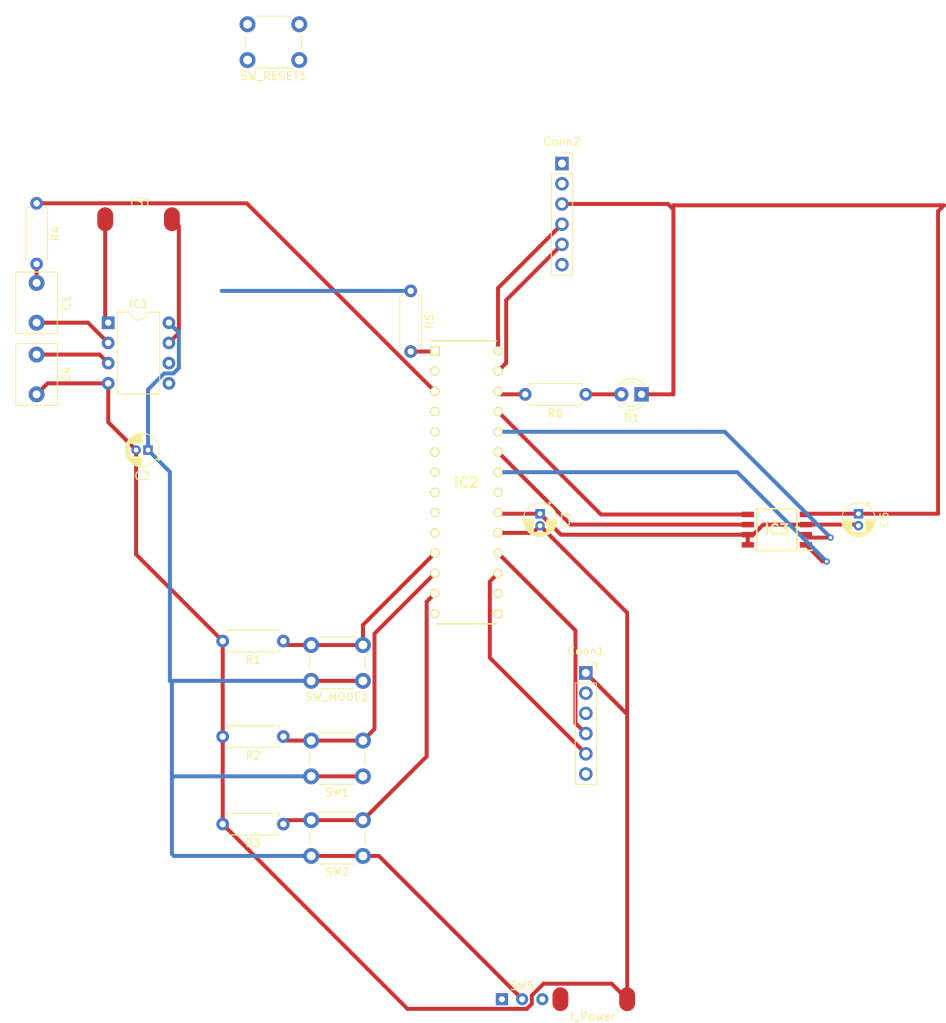
<source format=kicad_pcb>
(kicad_pcb (version 20171130) (host pcbnew "(5.1.9-0-10_14)")

  (general
    (thickness 1.6)
    (drawings 0)
    (tracks 126)
    (zones 0)
    (modules 24)
    (nets 40)
  )

  (page A4)
  (layers
    (0 F.Cu signal)
    (31 B.Cu signal)
    (32 B.Adhes user)
    (33 F.Adhes user)
    (34 B.Paste user)
    (35 F.Paste user)
    (36 B.SilkS user)
    (37 F.SilkS user)
    (38 B.Mask user)
    (39 F.Mask user)
    (40 Dwgs.User user)
    (41 Cmts.User user)
    (42 Eco1.User user)
    (43 Eco2.User user)
    (44 Edge.Cuts user)
    (45 Margin user)
    (46 B.CrtYd user)
    (47 F.CrtYd user)
    (48 B.Fab user)
    (49 F.Fab user)
  )

  (setup
    (last_trace_width 0.5)
    (user_trace_width 0.5)
    (trace_clearance 0.2)
    (zone_clearance 0.508)
    (zone_45_only no)
    (trace_min 0.2)
    (via_size 0.8)
    (via_drill 0.4)
    (via_min_size 0.4)
    (via_min_drill 0.3)
    (uvia_size 0.3)
    (uvia_drill 0.1)
    (uvias_allowed no)
    (uvia_min_size 0.2)
    (uvia_min_drill 0.1)
    (edge_width 0.1)
    (segment_width 0.2)
    (pcb_text_width 0.3)
    (pcb_text_size 1.5 1.5)
    (mod_edge_width 0.15)
    (mod_text_size 1 1)
    (mod_text_width 0.15)
    (pad_size 1.524 1.524)
    (pad_drill 0.762)
    (pad_to_mask_clearance 0)
    (aux_axis_origin 0 0)
    (visible_elements FFFFFF7F)
    (pcbplotparams
      (layerselection 0x010fc_ffffffff)
      (usegerberextensions false)
      (usegerberattributes true)
      (usegerberadvancedattributes true)
      (creategerberjobfile true)
      (excludeedgelayer true)
      (linewidth 0.100000)
      (plotframeref false)
      (viasonmask false)
      (mode 1)
      (useauxorigin false)
      (hpglpennumber 1)
      (hpglpenspeed 20)
      (hpglpendiameter 15.000000)
      (psnegative false)
      (psa4output false)
      (plotreference true)
      (plotvalue true)
      (plotinvisibletext false)
      (padsonsilk false)
      (subtractmaskfromsilk false)
      (outputformat 1)
      (mirror false)
      (drillshape 1)
      (scaleselection 1)
      (outputdirectory ""))
  )

  (net 0 "")
  (net 1 "Net-(C1-Pad1)")
  (net 2 "Net-(C1-Pad2)")
  (net 3 VDD)
  (net 4 GND)
  (net 5 "Net-(C4-Pad1)")
  (net 6 "Net-(Conn1-Pad2)")
  (net 7 "Net-(Conn1-Pad5)")
  (net 8 "Net-(Conn1-Pad4)")
  (net 9 "Net-(Conn1-Pad3)")
  (net 10 "Net-(Conn2-Pad1)")
  (net 11 "Net-(Conn2-Pad4)")
  (net 12 "Net-(Conn2-Pad5)")
  (net 13 "Net-(Conn2-Pad6)")
  (net 14 "Net-(D1-Pad2)")
  (net 15 "Net-(IC1-Pad1)")
  (net 16 "Net-(IC1-Pad5)")
  (net 17 "Net-(IC1-Pad6)")
  (net 18 "Net-(IC1-Pad7)")
  (net 19 "Net-(IC2-Pad2)")
  (net 20 "Net-(IC2-Pad3)")
  (net 21 "Net-(IC2-Pad4)")
  (net 22 "Net-(IC2-Pad5)")
  (net 23 "Net-(IC2-Pad6)")
  (net 24 "Net-(IC2-Pad7)")
  (net 25 "Net-(IC2-Pad9)")
  (net 26 "Net-(IC2-Pad10)")
  (net 27 "Net-(IC2-Pad11)")
  (net 28 "Net-(IC2-Pad12)")
  (net 29 "Net-(IC2-Pad13)")
  (net 30 "Net-(IC2-Pad15)")
  (net 31 "Net-(IC2-Pad16)")
  (net 32 "Net-(IC2-Pad21)")
  (net 33 "Net-(IC2-Pad22)")
  (net 34 "Net-(IC2-Pad23)")
  (net 35 "Net-(IC2-Pad24)")
  (net 36 "Net-(IC2-Pad25)")
  (net 37 "Net-(IC2-Pad26)")
  (net 38 "Net-(J1-Pad2)")
  (net 39 "Net-(SW5-Pad1)")

  (net_class Default "これはデフォルトのネット クラスです。"
    (clearance 0.2)
    (trace_width 0.25)
    (via_dia 0.8)
    (via_drill 0.4)
    (uvia_dia 0.3)
    (uvia_drill 0.1)
    (add_net GND)
    (add_net "Net-(C1-Pad1)")
    (add_net "Net-(C1-Pad2)")
    (add_net "Net-(C4-Pad1)")
    (add_net "Net-(Conn1-Pad2)")
    (add_net "Net-(Conn1-Pad3)")
    (add_net "Net-(Conn1-Pad4)")
    (add_net "Net-(Conn1-Pad5)")
    (add_net "Net-(Conn2-Pad1)")
    (add_net "Net-(Conn2-Pad4)")
    (add_net "Net-(Conn2-Pad5)")
    (add_net "Net-(Conn2-Pad6)")
    (add_net "Net-(D1-Pad2)")
    (add_net "Net-(IC1-Pad1)")
    (add_net "Net-(IC1-Pad5)")
    (add_net "Net-(IC1-Pad6)")
    (add_net "Net-(IC1-Pad7)")
    (add_net "Net-(IC2-Pad10)")
    (add_net "Net-(IC2-Pad11)")
    (add_net "Net-(IC2-Pad12)")
    (add_net "Net-(IC2-Pad13)")
    (add_net "Net-(IC2-Pad15)")
    (add_net "Net-(IC2-Pad16)")
    (add_net "Net-(IC2-Pad2)")
    (add_net "Net-(IC2-Pad21)")
    (add_net "Net-(IC2-Pad22)")
    (add_net "Net-(IC2-Pad23)")
    (add_net "Net-(IC2-Pad24)")
    (add_net "Net-(IC2-Pad25)")
    (add_net "Net-(IC2-Pad26)")
    (add_net "Net-(IC2-Pad3)")
    (add_net "Net-(IC2-Pad4)")
    (add_net "Net-(IC2-Pad5)")
    (add_net "Net-(IC2-Pad6)")
    (add_net "Net-(IC2-Pad7)")
    (add_net "Net-(IC2-Pad9)")
    (add_net "Net-(J1-Pad2)")
    (add_net "Net-(SW5-Pad1)")
    (add_net VDD)
  )

  (module Capacitor_THT:CP_Radial_D4.0mm_P1.50mm (layer F.Cu) (tedit 5AE50EF0) (tstamp 607A80AD)
    (at 98.25 97 270)
    (descr "CP, Radial series, Radial, pin pitch=1.50mm, , diameter=4mm, Electrolytic Capacitor")
    (tags "CP Radial series Radial pin pitch 1.50mm  diameter 4mm Electrolytic Capacitor")
    (path /6083D183)
    (fp_text reference C3 (at 0.75 -3.25 90) (layer F.SilkS)
      (effects (font (size 1 1) (thickness 0.15)))
    )
    (fp_text value 10u (at 0.75 3.25 90) (layer F.Fab)
      (effects (font (size 1 1) (thickness 0.15)))
    )
    (fp_text user %R (at 0.75 0 90) (layer F.Fab)
      (effects (font (size 0.8 0.8) (thickness 0.12)))
    )
    (fp_circle (center 0.75 0) (end 2.75 0) (layer F.Fab) (width 0.1))
    (fp_circle (center 0.75 0) (end 2.87 0) (layer F.SilkS) (width 0.12))
    (fp_circle (center 0.75 0) (end 3 0) (layer F.CrtYd) (width 0.05))
    (fp_line (start -0.952554 -0.8675) (end -0.552554 -0.8675) (layer F.Fab) (width 0.1))
    (fp_line (start -0.752554 -1.0675) (end -0.752554 -0.6675) (layer F.Fab) (width 0.1))
    (fp_line (start 0.75 0.84) (end 0.75 2.08) (layer F.SilkS) (width 0.12))
    (fp_line (start 0.75 -2.08) (end 0.75 -0.84) (layer F.SilkS) (width 0.12))
    (fp_line (start 0.79 0.84) (end 0.79 2.08) (layer F.SilkS) (width 0.12))
    (fp_line (start 0.79 -2.08) (end 0.79 -0.84) (layer F.SilkS) (width 0.12))
    (fp_line (start 0.83 0.84) (end 0.83 2.079) (layer F.SilkS) (width 0.12))
    (fp_line (start 0.83 -2.079) (end 0.83 -0.84) (layer F.SilkS) (width 0.12))
    (fp_line (start 0.87 -2.077) (end 0.87 -0.84) (layer F.SilkS) (width 0.12))
    (fp_line (start 0.87 0.84) (end 0.87 2.077) (layer F.SilkS) (width 0.12))
    (fp_line (start 0.91 -2.074) (end 0.91 -0.84) (layer F.SilkS) (width 0.12))
    (fp_line (start 0.91 0.84) (end 0.91 2.074) (layer F.SilkS) (width 0.12))
    (fp_line (start 0.95 -2.071) (end 0.95 -0.84) (layer F.SilkS) (width 0.12))
    (fp_line (start 0.95 0.84) (end 0.95 2.071) (layer F.SilkS) (width 0.12))
    (fp_line (start 0.99 -2.067) (end 0.99 -0.84) (layer F.SilkS) (width 0.12))
    (fp_line (start 0.99 0.84) (end 0.99 2.067) (layer F.SilkS) (width 0.12))
    (fp_line (start 1.03 -2.062) (end 1.03 -0.84) (layer F.SilkS) (width 0.12))
    (fp_line (start 1.03 0.84) (end 1.03 2.062) (layer F.SilkS) (width 0.12))
    (fp_line (start 1.07 -2.056) (end 1.07 -0.84) (layer F.SilkS) (width 0.12))
    (fp_line (start 1.07 0.84) (end 1.07 2.056) (layer F.SilkS) (width 0.12))
    (fp_line (start 1.11 -2.05) (end 1.11 -0.84) (layer F.SilkS) (width 0.12))
    (fp_line (start 1.11 0.84) (end 1.11 2.05) (layer F.SilkS) (width 0.12))
    (fp_line (start 1.15 -2.042) (end 1.15 -0.84) (layer F.SilkS) (width 0.12))
    (fp_line (start 1.15 0.84) (end 1.15 2.042) (layer F.SilkS) (width 0.12))
    (fp_line (start 1.19 -2.034) (end 1.19 -0.84) (layer F.SilkS) (width 0.12))
    (fp_line (start 1.19 0.84) (end 1.19 2.034) (layer F.SilkS) (width 0.12))
    (fp_line (start 1.23 -2.025) (end 1.23 -0.84) (layer F.SilkS) (width 0.12))
    (fp_line (start 1.23 0.84) (end 1.23 2.025) (layer F.SilkS) (width 0.12))
    (fp_line (start 1.27 -2.016) (end 1.27 -0.84) (layer F.SilkS) (width 0.12))
    (fp_line (start 1.27 0.84) (end 1.27 2.016) (layer F.SilkS) (width 0.12))
    (fp_line (start 1.31 -2.005) (end 1.31 -0.84) (layer F.SilkS) (width 0.12))
    (fp_line (start 1.31 0.84) (end 1.31 2.005) (layer F.SilkS) (width 0.12))
    (fp_line (start 1.35 -1.994) (end 1.35 -0.84) (layer F.SilkS) (width 0.12))
    (fp_line (start 1.35 0.84) (end 1.35 1.994) (layer F.SilkS) (width 0.12))
    (fp_line (start 1.39 -1.982) (end 1.39 -0.84) (layer F.SilkS) (width 0.12))
    (fp_line (start 1.39 0.84) (end 1.39 1.982) (layer F.SilkS) (width 0.12))
    (fp_line (start 1.43 -1.968) (end 1.43 -0.84) (layer F.SilkS) (width 0.12))
    (fp_line (start 1.43 0.84) (end 1.43 1.968) (layer F.SilkS) (width 0.12))
    (fp_line (start 1.471 -1.954) (end 1.471 -0.84) (layer F.SilkS) (width 0.12))
    (fp_line (start 1.471 0.84) (end 1.471 1.954) (layer F.SilkS) (width 0.12))
    (fp_line (start 1.511 -1.94) (end 1.511 -0.84) (layer F.SilkS) (width 0.12))
    (fp_line (start 1.511 0.84) (end 1.511 1.94) (layer F.SilkS) (width 0.12))
    (fp_line (start 1.551 -1.924) (end 1.551 -0.84) (layer F.SilkS) (width 0.12))
    (fp_line (start 1.551 0.84) (end 1.551 1.924) (layer F.SilkS) (width 0.12))
    (fp_line (start 1.591 -1.907) (end 1.591 -0.84) (layer F.SilkS) (width 0.12))
    (fp_line (start 1.591 0.84) (end 1.591 1.907) (layer F.SilkS) (width 0.12))
    (fp_line (start 1.631 -1.889) (end 1.631 -0.84) (layer F.SilkS) (width 0.12))
    (fp_line (start 1.631 0.84) (end 1.631 1.889) (layer F.SilkS) (width 0.12))
    (fp_line (start 1.671 -1.87) (end 1.671 -0.84) (layer F.SilkS) (width 0.12))
    (fp_line (start 1.671 0.84) (end 1.671 1.87) (layer F.SilkS) (width 0.12))
    (fp_line (start 1.711 -1.851) (end 1.711 -0.84) (layer F.SilkS) (width 0.12))
    (fp_line (start 1.711 0.84) (end 1.711 1.851) (layer F.SilkS) (width 0.12))
    (fp_line (start 1.751 -1.83) (end 1.751 -0.84) (layer F.SilkS) (width 0.12))
    (fp_line (start 1.751 0.84) (end 1.751 1.83) (layer F.SilkS) (width 0.12))
    (fp_line (start 1.791 -1.808) (end 1.791 -0.84) (layer F.SilkS) (width 0.12))
    (fp_line (start 1.791 0.84) (end 1.791 1.808) (layer F.SilkS) (width 0.12))
    (fp_line (start 1.831 -1.785) (end 1.831 -0.84) (layer F.SilkS) (width 0.12))
    (fp_line (start 1.831 0.84) (end 1.831 1.785) (layer F.SilkS) (width 0.12))
    (fp_line (start 1.871 -1.76) (end 1.871 -0.84) (layer F.SilkS) (width 0.12))
    (fp_line (start 1.871 0.84) (end 1.871 1.76) (layer F.SilkS) (width 0.12))
    (fp_line (start 1.911 -1.735) (end 1.911 -0.84) (layer F.SilkS) (width 0.12))
    (fp_line (start 1.911 0.84) (end 1.911 1.735) (layer F.SilkS) (width 0.12))
    (fp_line (start 1.951 -1.708) (end 1.951 -0.84) (layer F.SilkS) (width 0.12))
    (fp_line (start 1.951 0.84) (end 1.951 1.708) (layer F.SilkS) (width 0.12))
    (fp_line (start 1.991 -1.68) (end 1.991 -0.84) (layer F.SilkS) (width 0.12))
    (fp_line (start 1.991 0.84) (end 1.991 1.68) (layer F.SilkS) (width 0.12))
    (fp_line (start 2.031 -1.65) (end 2.031 -0.84) (layer F.SilkS) (width 0.12))
    (fp_line (start 2.031 0.84) (end 2.031 1.65) (layer F.SilkS) (width 0.12))
    (fp_line (start 2.071 -1.619) (end 2.071 -0.84) (layer F.SilkS) (width 0.12))
    (fp_line (start 2.071 0.84) (end 2.071 1.619) (layer F.SilkS) (width 0.12))
    (fp_line (start 2.111 -1.587) (end 2.111 -0.84) (layer F.SilkS) (width 0.12))
    (fp_line (start 2.111 0.84) (end 2.111 1.587) (layer F.SilkS) (width 0.12))
    (fp_line (start 2.151 -1.552) (end 2.151 -0.84) (layer F.SilkS) (width 0.12))
    (fp_line (start 2.151 0.84) (end 2.151 1.552) (layer F.SilkS) (width 0.12))
    (fp_line (start 2.191 -1.516) (end 2.191 -0.84) (layer F.SilkS) (width 0.12))
    (fp_line (start 2.191 0.84) (end 2.191 1.516) (layer F.SilkS) (width 0.12))
    (fp_line (start 2.231 -1.478) (end 2.231 -0.84) (layer F.SilkS) (width 0.12))
    (fp_line (start 2.231 0.84) (end 2.231 1.478) (layer F.SilkS) (width 0.12))
    (fp_line (start 2.271 -1.438) (end 2.271 -0.84) (layer F.SilkS) (width 0.12))
    (fp_line (start 2.271 0.84) (end 2.271 1.438) (layer F.SilkS) (width 0.12))
    (fp_line (start 2.311 -1.396) (end 2.311 -0.84) (layer F.SilkS) (width 0.12))
    (fp_line (start 2.311 0.84) (end 2.311 1.396) (layer F.SilkS) (width 0.12))
    (fp_line (start 2.351 -1.351) (end 2.351 1.351) (layer F.SilkS) (width 0.12))
    (fp_line (start 2.391 -1.304) (end 2.391 1.304) (layer F.SilkS) (width 0.12))
    (fp_line (start 2.431 -1.254) (end 2.431 1.254) (layer F.SilkS) (width 0.12))
    (fp_line (start 2.471 -1.2) (end 2.471 1.2) (layer F.SilkS) (width 0.12))
    (fp_line (start 2.511 -1.142) (end 2.511 1.142) (layer F.SilkS) (width 0.12))
    (fp_line (start 2.551 -1.08) (end 2.551 1.08) (layer F.SilkS) (width 0.12))
    (fp_line (start 2.591 -1.013) (end 2.591 1.013) (layer F.SilkS) (width 0.12))
    (fp_line (start 2.631 -0.94) (end 2.631 0.94) (layer F.SilkS) (width 0.12))
    (fp_line (start 2.671 -0.859) (end 2.671 0.859) (layer F.SilkS) (width 0.12))
    (fp_line (start 2.711 -0.768) (end 2.711 0.768) (layer F.SilkS) (width 0.12))
    (fp_line (start 2.751 -0.664) (end 2.751 0.664) (layer F.SilkS) (width 0.12))
    (fp_line (start 2.791 -0.537) (end 2.791 0.537) (layer F.SilkS) (width 0.12))
    (fp_line (start 2.831 -0.37) (end 2.831 0.37) (layer F.SilkS) (width 0.12))
    (fp_line (start -1.519801 -1.195) (end -1.119801 -1.195) (layer F.SilkS) (width 0.12))
    (fp_line (start -1.319801 -1.395) (end -1.319801 -0.995) (layer F.SilkS) (width 0.12))
    (pad 2 thru_hole circle (at 1.5 0 270) (size 1.2 1.2) (drill 0.6) (layers *.Cu *.Mask)
      (net 4 GND))
    (pad 1 thru_hole rect (at 0 0 270) (size 1.2 1.2) (drill 0.6) (layers *.Cu *.Mask)
      (net 3 VDD))
    (model ${KISYS3DMOD}/Capacitor_THT.3dshapes/CP_Radial_D4.0mm_P1.50mm.wrl
      (at (xyz 0 0 0))
      (scale (xyz 1 1 1))
      (rotate (xyz 0 0 0))
    )
  )

  (module Capacitor_THT:C_Disc_D7.5mm_W5.0mm_P5.00mm (layer F.Cu) (tedit 5AE50EF0) (tstamp 607A7FD7)
    (at 35 68 270)
    (descr "C, Disc series, Radial, pin pitch=5.00mm, , diameter*width=7.5*5.0mm^2, Capacitor, http://www.vishay.com/docs/28535/vy2series.pdf")
    (tags "C Disc series Radial pin pitch 5.00mm  diameter 7.5mm width 5.0mm Capacitor")
    (path /60779AA0)
    (fp_text reference C1 (at 2.5 -3.75 90) (layer F.SilkS)
      (effects (font (size 1 1) (thickness 0.15)))
    )
    (fp_text value 1u (at 2.5 3.75 90) (layer F.Fab)
      (effects (font (size 1 1) (thickness 0.15)))
    )
    (fp_line (start 6.5 -2.75) (end -1.5 -2.75) (layer F.CrtYd) (width 0.05))
    (fp_line (start 6.5 2.75) (end 6.5 -2.75) (layer F.CrtYd) (width 0.05))
    (fp_line (start -1.5 2.75) (end 6.5 2.75) (layer F.CrtYd) (width 0.05))
    (fp_line (start -1.5 -2.75) (end -1.5 2.75) (layer F.CrtYd) (width 0.05))
    (fp_line (start 6.37 -2.62) (end 6.37 2.62) (layer F.SilkS) (width 0.12))
    (fp_line (start -1.37 -2.62) (end -1.37 2.62) (layer F.SilkS) (width 0.12))
    (fp_line (start -1.37 2.62) (end 6.37 2.62) (layer F.SilkS) (width 0.12))
    (fp_line (start -1.37 -2.62) (end 6.37 -2.62) (layer F.SilkS) (width 0.12))
    (fp_line (start 6.25 -2.5) (end -1.25 -2.5) (layer F.Fab) (width 0.1))
    (fp_line (start 6.25 2.5) (end 6.25 -2.5) (layer F.Fab) (width 0.1))
    (fp_line (start -1.25 2.5) (end 6.25 2.5) (layer F.Fab) (width 0.1))
    (fp_line (start -1.25 -2.5) (end -1.25 2.5) (layer F.Fab) (width 0.1))
    (fp_text user %R (at 2.5 0 90) (layer F.Fab)
      (effects (font (size 1 1) (thickness 0.15)))
    )
    (pad 1 thru_hole circle (at 0 0 270) (size 2 2) (drill 1) (layers *.Cu *.Mask)
      (net 1 "Net-(C1-Pad1)"))
    (pad 2 thru_hole circle (at 5 0 270) (size 2 2) (drill 1) (layers *.Cu *.Mask)
      (net 2 "Net-(C1-Pad2)"))
    (model ${KISYS3DMOD}/Capacitor_THT.3dshapes/C_Disc_D7.5mm_W5.0mm_P5.00mm.wrl
      (at (xyz 0 0 0))
      (scale (xyz 1 1 1))
      (rotate (xyz 0 0 0))
    )
  )

  (module Capacitor_THT:CP_Radial_D4.0mm_P1.50mm (layer F.Cu) (tedit 5AE50EF0) (tstamp 607A8042)
    (at 49 89 180)
    (descr "CP, Radial series, Radial, pin pitch=1.50mm, , diameter=4mm, Electrolytic Capacitor")
    (tags "CP Radial series Radial pin pitch 1.50mm  diameter 4mm Electrolytic Capacitor")
    (path /6077EAA8)
    (fp_text reference C2 (at 0.75 -3.25) (layer F.SilkS)
      (effects (font (size 1 1) (thickness 0.15)))
    )
    (fp_text value 47u (at 0.75 3.25) (layer F.Fab)
      (effects (font (size 1 1) (thickness 0.15)))
    )
    (fp_line (start -1.319801 -1.395) (end -1.319801 -0.995) (layer F.SilkS) (width 0.12))
    (fp_line (start -1.519801 -1.195) (end -1.119801 -1.195) (layer F.SilkS) (width 0.12))
    (fp_line (start 2.831 -0.37) (end 2.831 0.37) (layer F.SilkS) (width 0.12))
    (fp_line (start 2.791 -0.537) (end 2.791 0.537) (layer F.SilkS) (width 0.12))
    (fp_line (start 2.751 -0.664) (end 2.751 0.664) (layer F.SilkS) (width 0.12))
    (fp_line (start 2.711 -0.768) (end 2.711 0.768) (layer F.SilkS) (width 0.12))
    (fp_line (start 2.671 -0.859) (end 2.671 0.859) (layer F.SilkS) (width 0.12))
    (fp_line (start 2.631 -0.94) (end 2.631 0.94) (layer F.SilkS) (width 0.12))
    (fp_line (start 2.591 -1.013) (end 2.591 1.013) (layer F.SilkS) (width 0.12))
    (fp_line (start 2.551 -1.08) (end 2.551 1.08) (layer F.SilkS) (width 0.12))
    (fp_line (start 2.511 -1.142) (end 2.511 1.142) (layer F.SilkS) (width 0.12))
    (fp_line (start 2.471 -1.2) (end 2.471 1.2) (layer F.SilkS) (width 0.12))
    (fp_line (start 2.431 -1.254) (end 2.431 1.254) (layer F.SilkS) (width 0.12))
    (fp_line (start 2.391 -1.304) (end 2.391 1.304) (layer F.SilkS) (width 0.12))
    (fp_line (start 2.351 -1.351) (end 2.351 1.351) (layer F.SilkS) (width 0.12))
    (fp_line (start 2.311 0.84) (end 2.311 1.396) (layer F.SilkS) (width 0.12))
    (fp_line (start 2.311 -1.396) (end 2.311 -0.84) (layer F.SilkS) (width 0.12))
    (fp_line (start 2.271 0.84) (end 2.271 1.438) (layer F.SilkS) (width 0.12))
    (fp_line (start 2.271 -1.438) (end 2.271 -0.84) (layer F.SilkS) (width 0.12))
    (fp_line (start 2.231 0.84) (end 2.231 1.478) (layer F.SilkS) (width 0.12))
    (fp_line (start 2.231 -1.478) (end 2.231 -0.84) (layer F.SilkS) (width 0.12))
    (fp_line (start 2.191 0.84) (end 2.191 1.516) (layer F.SilkS) (width 0.12))
    (fp_line (start 2.191 -1.516) (end 2.191 -0.84) (layer F.SilkS) (width 0.12))
    (fp_line (start 2.151 0.84) (end 2.151 1.552) (layer F.SilkS) (width 0.12))
    (fp_line (start 2.151 -1.552) (end 2.151 -0.84) (layer F.SilkS) (width 0.12))
    (fp_line (start 2.111 0.84) (end 2.111 1.587) (layer F.SilkS) (width 0.12))
    (fp_line (start 2.111 -1.587) (end 2.111 -0.84) (layer F.SilkS) (width 0.12))
    (fp_line (start 2.071 0.84) (end 2.071 1.619) (layer F.SilkS) (width 0.12))
    (fp_line (start 2.071 -1.619) (end 2.071 -0.84) (layer F.SilkS) (width 0.12))
    (fp_line (start 2.031 0.84) (end 2.031 1.65) (layer F.SilkS) (width 0.12))
    (fp_line (start 2.031 -1.65) (end 2.031 -0.84) (layer F.SilkS) (width 0.12))
    (fp_line (start 1.991 0.84) (end 1.991 1.68) (layer F.SilkS) (width 0.12))
    (fp_line (start 1.991 -1.68) (end 1.991 -0.84) (layer F.SilkS) (width 0.12))
    (fp_line (start 1.951 0.84) (end 1.951 1.708) (layer F.SilkS) (width 0.12))
    (fp_line (start 1.951 -1.708) (end 1.951 -0.84) (layer F.SilkS) (width 0.12))
    (fp_line (start 1.911 0.84) (end 1.911 1.735) (layer F.SilkS) (width 0.12))
    (fp_line (start 1.911 -1.735) (end 1.911 -0.84) (layer F.SilkS) (width 0.12))
    (fp_line (start 1.871 0.84) (end 1.871 1.76) (layer F.SilkS) (width 0.12))
    (fp_line (start 1.871 -1.76) (end 1.871 -0.84) (layer F.SilkS) (width 0.12))
    (fp_line (start 1.831 0.84) (end 1.831 1.785) (layer F.SilkS) (width 0.12))
    (fp_line (start 1.831 -1.785) (end 1.831 -0.84) (layer F.SilkS) (width 0.12))
    (fp_line (start 1.791 0.84) (end 1.791 1.808) (layer F.SilkS) (width 0.12))
    (fp_line (start 1.791 -1.808) (end 1.791 -0.84) (layer F.SilkS) (width 0.12))
    (fp_line (start 1.751 0.84) (end 1.751 1.83) (layer F.SilkS) (width 0.12))
    (fp_line (start 1.751 -1.83) (end 1.751 -0.84) (layer F.SilkS) (width 0.12))
    (fp_line (start 1.711 0.84) (end 1.711 1.851) (layer F.SilkS) (width 0.12))
    (fp_line (start 1.711 -1.851) (end 1.711 -0.84) (layer F.SilkS) (width 0.12))
    (fp_line (start 1.671 0.84) (end 1.671 1.87) (layer F.SilkS) (width 0.12))
    (fp_line (start 1.671 -1.87) (end 1.671 -0.84) (layer F.SilkS) (width 0.12))
    (fp_line (start 1.631 0.84) (end 1.631 1.889) (layer F.SilkS) (width 0.12))
    (fp_line (start 1.631 -1.889) (end 1.631 -0.84) (layer F.SilkS) (width 0.12))
    (fp_line (start 1.591 0.84) (end 1.591 1.907) (layer F.SilkS) (width 0.12))
    (fp_line (start 1.591 -1.907) (end 1.591 -0.84) (layer F.SilkS) (width 0.12))
    (fp_line (start 1.551 0.84) (end 1.551 1.924) (layer F.SilkS) (width 0.12))
    (fp_line (start 1.551 -1.924) (end 1.551 -0.84) (layer F.SilkS) (width 0.12))
    (fp_line (start 1.511 0.84) (end 1.511 1.94) (layer F.SilkS) (width 0.12))
    (fp_line (start 1.511 -1.94) (end 1.511 -0.84) (layer F.SilkS) (width 0.12))
    (fp_line (start 1.471 0.84) (end 1.471 1.954) (layer F.SilkS) (width 0.12))
    (fp_line (start 1.471 -1.954) (end 1.471 -0.84) (layer F.SilkS) (width 0.12))
    (fp_line (start 1.43 0.84) (end 1.43 1.968) (layer F.SilkS) (width 0.12))
    (fp_line (start 1.43 -1.968) (end 1.43 -0.84) (layer F.SilkS) (width 0.12))
    (fp_line (start 1.39 0.84) (end 1.39 1.982) (layer F.SilkS) (width 0.12))
    (fp_line (start 1.39 -1.982) (end 1.39 -0.84) (layer F.SilkS) (width 0.12))
    (fp_line (start 1.35 0.84) (end 1.35 1.994) (layer F.SilkS) (width 0.12))
    (fp_line (start 1.35 -1.994) (end 1.35 -0.84) (layer F.SilkS) (width 0.12))
    (fp_line (start 1.31 0.84) (end 1.31 2.005) (layer F.SilkS) (width 0.12))
    (fp_line (start 1.31 -2.005) (end 1.31 -0.84) (layer F.SilkS) (width 0.12))
    (fp_line (start 1.27 0.84) (end 1.27 2.016) (layer F.SilkS) (width 0.12))
    (fp_line (start 1.27 -2.016) (end 1.27 -0.84) (layer F.SilkS) (width 0.12))
    (fp_line (start 1.23 0.84) (end 1.23 2.025) (layer F.SilkS) (width 0.12))
    (fp_line (start 1.23 -2.025) (end 1.23 -0.84) (layer F.SilkS) (width 0.12))
    (fp_line (start 1.19 0.84) (end 1.19 2.034) (layer F.SilkS) (width 0.12))
    (fp_line (start 1.19 -2.034) (end 1.19 -0.84) (layer F.SilkS) (width 0.12))
    (fp_line (start 1.15 0.84) (end 1.15 2.042) (layer F.SilkS) (width 0.12))
    (fp_line (start 1.15 -2.042) (end 1.15 -0.84) (layer F.SilkS) (width 0.12))
    (fp_line (start 1.11 0.84) (end 1.11 2.05) (layer F.SilkS) (width 0.12))
    (fp_line (start 1.11 -2.05) (end 1.11 -0.84) (layer F.SilkS) (width 0.12))
    (fp_line (start 1.07 0.84) (end 1.07 2.056) (layer F.SilkS) (width 0.12))
    (fp_line (start 1.07 -2.056) (end 1.07 -0.84) (layer F.SilkS) (width 0.12))
    (fp_line (start 1.03 0.84) (end 1.03 2.062) (layer F.SilkS) (width 0.12))
    (fp_line (start 1.03 -2.062) (end 1.03 -0.84) (layer F.SilkS) (width 0.12))
    (fp_line (start 0.99 0.84) (end 0.99 2.067) (layer F.SilkS) (width 0.12))
    (fp_line (start 0.99 -2.067) (end 0.99 -0.84) (layer F.SilkS) (width 0.12))
    (fp_line (start 0.95 0.84) (end 0.95 2.071) (layer F.SilkS) (width 0.12))
    (fp_line (start 0.95 -2.071) (end 0.95 -0.84) (layer F.SilkS) (width 0.12))
    (fp_line (start 0.91 0.84) (end 0.91 2.074) (layer F.SilkS) (width 0.12))
    (fp_line (start 0.91 -2.074) (end 0.91 -0.84) (layer F.SilkS) (width 0.12))
    (fp_line (start 0.87 0.84) (end 0.87 2.077) (layer F.SilkS) (width 0.12))
    (fp_line (start 0.87 -2.077) (end 0.87 -0.84) (layer F.SilkS) (width 0.12))
    (fp_line (start 0.83 -2.079) (end 0.83 -0.84) (layer F.SilkS) (width 0.12))
    (fp_line (start 0.83 0.84) (end 0.83 2.079) (layer F.SilkS) (width 0.12))
    (fp_line (start 0.79 -2.08) (end 0.79 -0.84) (layer F.SilkS) (width 0.12))
    (fp_line (start 0.79 0.84) (end 0.79 2.08) (layer F.SilkS) (width 0.12))
    (fp_line (start 0.75 -2.08) (end 0.75 -0.84) (layer F.SilkS) (width 0.12))
    (fp_line (start 0.75 0.84) (end 0.75 2.08) (layer F.SilkS) (width 0.12))
    (fp_line (start -0.752554 -1.0675) (end -0.752554 -0.6675) (layer F.Fab) (width 0.1))
    (fp_line (start -0.952554 -0.8675) (end -0.552554 -0.8675) (layer F.Fab) (width 0.1))
    (fp_circle (center 0.75 0) (end 3 0) (layer F.CrtYd) (width 0.05))
    (fp_circle (center 0.75 0) (end 2.87 0) (layer F.SilkS) (width 0.12))
    (fp_circle (center 0.75 0) (end 2.75 0) (layer F.Fab) (width 0.1))
    (fp_text user %R (at 0.75 0) (layer F.Fab)
      (effects (font (size 0.8 0.8) (thickness 0.12)))
    )
    (pad 1 thru_hole rect (at 0 0 180) (size 1.2 1.2) (drill 0.6) (layers *.Cu *.Mask)
      (net 3 VDD))
    (pad 2 thru_hole circle (at 1.5 0 180) (size 1.2 1.2) (drill 0.6) (layers *.Cu *.Mask)
      (net 4 GND))
    (model ${KISYS3DMOD}/Capacitor_THT.3dshapes/CP_Radial_D4.0mm_P1.50mm.wrl
      (at (xyz 0 0 0))
      (scale (xyz 1 1 1))
      (rotate (xyz 0 0 0))
    )
  )

  (module Capacitor_THT:C_Disc_D7.5mm_W5.0mm_P5.00mm (layer F.Cu) (tedit 5AE50EF0) (tstamp 607A80C0)
    (at 35 77 270)
    (descr "C, Disc series, Radial, pin pitch=5.00mm, , diameter*width=7.5*5.0mm^2, Capacitor, http://www.vishay.com/docs/28535/vy2series.pdf")
    (tags "C Disc series Radial pin pitch 5.00mm  diameter 7.5mm width 5.0mm Capacitor")
    (path /6077AB96)
    (fp_text reference C4 (at 2.5 -3.75 90) (layer F.SilkS)
      (effects (font (size 1 1) (thickness 0.15)))
    )
    (fp_text value 1u (at 2.5 3.75 90) (layer F.Fab)
      (effects (font (size 1 1) (thickness 0.15)))
    )
    (fp_text user %R (at 2.5 0 90) (layer F.Fab)
      (effects (font (size 1 1) (thickness 0.15)))
    )
    (fp_line (start -1.25 -2.5) (end -1.25 2.5) (layer F.Fab) (width 0.1))
    (fp_line (start -1.25 2.5) (end 6.25 2.5) (layer F.Fab) (width 0.1))
    (fp_line (start 6.25 2.5) (end 6.25 -2.5) (layer F.Fab) (width 0.1))
    (fp_line (start 6.25 -2.5) (end -1.25 -2.5) (layer F.Fab) (width 0.1))
    (fp_line (start -1.37 -2.62) (end 6.37 -2.62) (layer F.SilkS) (width 0.12))
    (fp_line (start -1.37 2.62) (end 6.37 2.62) (layer F.SilkS) (width 0.12))
    (fp_line (start -1.37 -2.62) (end -1.37 2.62) (layer F.SilkS) (width 0.12))
    (fp_line (start 6.37 -2.62) (end 6.37 2.62) (layer F.SilkS) (width 0.12))
    (fp_line (start -1.5 -2.75) (end -1.5 2.75) (layer F.CrtYd) (width 0.05))
    (fp_line (start -1.5 2.75) (end 6.5 2.75) (layer F.CrtYd) (width 0.05))
    (fp_line (start 6.5 2.75) (end 6.5 -2.75) (layer F.CrtYd) (width 0.05))
    (fp_line (start 6.5 -2.75) (end -1.5 -2.75) (layer F.CrtYd) (width 0.05))
    (pad 2 thru_hole circle (at 5 0 270) (size 2 2) (drill 1) (layers *.Cu *.Mask)
      (net 4 GND))
    (pad 1 thru_hole circle (at 0 0 270) (size 2 2) (drill 1) (layers *.Cu *.Mask)
      (net 5 "Net-(C4-Pad1)"))
    (model ${KISYS3DMOD}/Capacitor_THT.3dshapes/C_Disc_D7.5mm_W5.0mm_P5.00mm.wrl
      (at (xyz 0 0 0))
      (scale (xyz 1 1 1))
      (rotate (xyz 0 0 0))
    )
  )

  (module Capacitor_THT:CP_Radial_D4.0mm_P1.50mm (layer F.Cu) (tedit 5AE50EF0) (tstamp 607A812B)
    (at 138.25 97 270)
    (descr "CP, Radial series, Radial, pin pitch=1.50mm, , diameter=4mm, Electrolytic Capacitor")
    (tags "CP Radial series Radial pin pitch 1.50mm  diameter 4mm Electrolytic Capacitor")
    (path /608606DE)
    (fp_text reference C5 (at 0.75 -3.25 90) (layer F.SilkS)
      (effects (font (size 1 1) (thickness 0.15)))
    )
    (fp_text value 10u (at 0.75 3.25 90) (layer F.Fab)
      (effects (font (size 1 1) (thickness 0.15)))
    )
    (fp_line (start -1.319801 -1.395) (end -1.319801 -0.995) (layer F.SilkS) (width 0.12))
    (fp_line (start -1.519801 -1.195) (end -1.119801 -1.195) (layer F.SilkS) (width 0.12))
    (fp_line (start 2.831 -0.37) (end 2.831 0.37) (layer F.SilkS) (width 0.12))
    (fp_line (start 2.791 -0.537) (end 2.791 0.537) (layer F.SilkS) (width 0.12))
    (fp_line (start 2.751 -0.664) (end 2.751 0.664) (layer F.SilkS) (width 0.12))
    (fp_line (start 2.711 -0.768) (end 2.711 0.768) (layer F.SilkS) (width 0.12))
    (fp_line (start 2.671 -0.859) (end 2.671 0.859) (layer F.SilkS) (width 0.12))
    (fp_line (start 2.631 -0.94) (end 2.631 0.94) (layer F.SilkS) (width 0.12))
    (fp_line (start 2.591 -1.013) (end 2.591 1.013) (layer F.SilkS) (width 0.12))
    (fp_line (start 2.551 -1.08) (end 2.551 1.08) (layer F.SilkS) (width 0.12))
    (fp_line (start 2.511 -1.142) (end 2.511 1.142) (layer F.SilkS) (width 0.12))
    (fp_line (start 2.471 -1.2) (end 2.471 1.2) (layer F.SilkS) (width 0.12))
    (fp_line (start 2.431 -1.254) (end 2.431 1.254) (layer F.SilkS) (width 0.12))
    (fp_line (start 2.391 -1.304) (end 2.391 1.304) (layer F.SilkS) (width 0.12))
    (fp_line (start 2.351 -1.351) (end 2.351 1.351) (layer F.SilkS) (width 0.12))
    (fp_line (start 2.311 0.84) (end 2.311 1.396) (layer F.SilkS) (width 0.12))
    (fp_line (start 2.311 -1.396) (end 2.311 -0.84) (layer F.SilkS) (width 0.12))
    (fp_line (start 2.271 0.84) (end 2.271 1.438) (layer F.SilkS) (width 0.12))
    (fp_line (start 2.271 -1.438) (end 2.271 -0.84) (layer F.SilkS) (width 0.12))
    (fp_line (start 2.231 0.84) (end 2.231 1.478) (layer F.SilkS) (width 0.12))
    (fp_line (start 2.231 -1.478) (end 2.231 -0.84) (layer F.SilkS) (width 0.12))
    (fp_line (start 2.191 0.84) (end 2.191 1.516) (layer F.SilkS) (width 0.12))
    (fp_line (start 2.191 -1.516) (end 2.191 -0.84) (layer F.SilkS) (width 0.12))
    (fp_line (start 2.151 0.84) (end 2.151 1.552) (layer F.SilkS) (width 0.12))
    (fp_line (start 2.151 -1.552) (end 2.151 -0.84) (layer F.SilkS) (width 0.12))
    (fp_line (start 2.111 0.84) (end 2.111 1.587) (layer F.SilkS) (width 0.12))
    (fp_line (start 2.111 -1.587) (end 2.111 -0.84) (layer F.SilkS) (width 0.12))
    (fp_line (start 2.071 0.84) (end 2.071 1.619) (layer F.SilkS) (width 0.12))
    (fp_line (start 2.071 -1.619) (end 2.071 -0.84) (layer F.SilkS) (width 0.12))
    (fp_line (start 2.031 0.84) (end 2.031 1.65) (layer F.SilkS) (width 0.12))
    (fp_line (start 2.031 -1.65) (end 2.031 -0.84) (layer F.SilkS) (width 0.12))
    (fp_line (start 1.991 0.84) (end 1.991 1.68) (layer F.SilkS) (width 0.12))
    (fp_line (start 1.991 -1.68) (end 1.991 -0.84) (layer F.SilkS) (width 0.12))
    (fp_line (start 1.951 0.84) (end 1.951 1.708) (layer F.SilkS) (width 0.12))
    (fp_line (start 1.951 -1.708) (end 1.951 -0.84) (layer F.SilkS) (width 0.12))
    (fp_line (start 1.911 0.84) (end 1.911 1.735) (layer F.SilkS) (width 0.12))
    (fp_line (start 1.911 -1.735) (end 1.911 -0.84) (layer F.SilkS) (width 0.12))
    (fp_line (start 1.871 0.84) (end 1.871 1.76) (layer F.SilkS) (width 0.12))
    (fp_line (start 1.871 -1.76) (end 1.871 -0.84) (layer F.SilkS) (width 0.12))
    (fp_line (start 1.831 0.84) (end 1.831 1.785) (layer F.SilkS) (width 0.12))
    (fp_line (start 1.831 -1.785) (end 1.831 -0.84) (layer F.SilkS) (width 0.12))
    (fp_line (start 1.791 0.84) (end 1.791 1.808) (layer F.SilkS) (width 0.12))
    (fp_line (start 1.791 -1.808) (end 1.791 -0.84) (layer F.SilkS) (width 0.12))
    (fp_line (start 1.751 0.84) (end 1.751 1.83) (layer F.SilkS) (width 0.12))
    (fp_line (start 1.751 -1.83) (end 1.751 -0.84) (layer F.SilkS) (width 0.12))
    (fp_line (start 1.711 0.84) (end 1.711 1.851) (layer F.SilkS) (width 0.12))
    (fp_line (start 1.711 -1.851) (end 1.711 -0.84) (layer F.SilkS) (width 0.12))
    (fp_line (start 1.671 0.84) (end 1.671 1.87) (layer F.SilkS) (width 0.12))
    (fp_line (start 1.671 -1.87) (end 1.671 -0.84) (layer F.SilkS) (width 0.12))
    (fp_line (start 1.631 0.84) (end 1.631 1.889) (layer F.SilkS) (width 0.12))
    (fp_line (start 1.631 -1.889) (end 1.631 -0.84) (layer F.SilkS) (width 0.12))
    (fp_line (start 1.591 0.84) (end 1.591 1.907) (layer F.SilkS) (width 0.12))
    (fp_line (start 1.591 -1.907) (end 1.591 -0.84) (layer F.SilkS) (width 0.12))
    (fp_line (start 1.551 0.84) (end 1.551 1.924) (layer F.SilkS) (width 0.12))
    (fp_line (start 1.551 -1.924) (end 1.551 -0.84) (layer F.SilkS) (width 0.12))
    (fp_line (start 1.511 0.84) (end 1.511 1.94) (layer F.SilkS) (width 0.12))
    (fp_line (start 1.511 -1.94) (end 1.511 -0.84) (layer F.SilkS) (width 0.12))
    (fp_line (start 1.471 0.84) (end 1.471 1.954) (layer F.SilkS) (width 0.12))
    (fp_line (start 1.471 -1.954) (end 1.471 -0.84) (layer F.SilkS) (width 0.12))
    (fp_line (start 1.43 0.84) (end 1.43 1.968) (layer F.SilkS) (width 0.12))
    (fp_line (start 1.43 -1.968) (end 1.43 -0.84) (layer F.SilkS) (width 0.12))
    (fp_line (start 1.39 0.84) (end 1.39 1.982) (layer F.SilkS) (width 0.12))
    (fp_line (start 1.39 -1.982) (end 1.39 -0.84) (layer F.SilkS) (width 0.12))
    (fp_line (start 1.35 0.84) (end 1.35 1.994) (layer F.SilkS) (width 0.12))
    (fp_line (start 1.35 -1.994) (end 1.35 -0.84) (layer F.SilkS) (width 0.12))
    (fp_line (start 1.31 0.84) (end 1.31 2.005) (layer F.SilkS) (width 0.12))
    (fp_line (start 1.31 -2.005) (end 1.31 -0.84) (layer F.SilkS) (width 0.12))
    (fp_line (start 1.27 0.84) (end 1.27 2.016) (layer F.SilkS) (width 0.12))
    (fp_line (start 1.27 -2.016) (end 1.27 -0.84) (layer F.SilkS) (width 0.12))
    (fp_line (start 1.23 0.84) (end 1.23 2.025) (layer F.SilkS) (width 0.12))
    (fp_line (start 1.23 -2.025) (end 1.23 -0.84) (layer F.SilkS) (width 0.12))
    (fp_line (start 1.19 0.84) (end 1.19 2.034) (layer F.SilkS) (width 0.12))
    (fp_line (start 1.19 -2.034) (end 1.19 -0.84) (layer F.SilkS) (width 0.12))
    (fp_line (start 1.15 0.84) (end 1.15 2.042) (layer F.SilkS) (width 0.12))
    (fp_line (start 1.15 -2.042) (end 1.15 -0.84) (layer F.SilkS) (width 0.12))
    (fp_line (start 1.11 0.84) (end 1.11 2.05) (layer F.SilkS) (width 0.12))
    (fp_line (start 1.11 -2.05) (end 1.11 -0.84) (layer F.SilkS) (width 0.12))
    (fp_line (start 1.07 0.84) (end 1.07 2.056) (layer F.SilkS) (width 0.12))
    (fp_line (start 1.07 -2.056) (end 1.07 -0.84) (layer F.SilkS) (width 0.12))
    (fp_line (start 1.03 0.84) (end 1.03 2.062) (layer F.SilkS) (width 0.12))
    (fp_line (start 1.03 -2.062) (end 1.03 -0.84) (layer F.SilkS) (width 0.12))
    (fp_line (start 0.99 0.84) (end 0.99 2.067) (layer F.SilkS) (width 0.12))
    (fp_line (start 0.99 -2.067) (end 0.99 -0.84) (layer F.SilkS) (width 0.12))
    (fp_line (start 0.95 0.84) (end 0.95 2.071) (layer F.SilkS) (width 0.12))
    (fp_line (start 0.95 -2.071) (end 0.95 -0.84) (layer F.SilkS) (width 0.12))
    (fp_line (start 0.91 0.84) (end 0.91 2.074) (layer F.SilkS) (width 0.12))
    (fp_line (start 0.91 -2.074) (end 0.91 -0.84) (layer F.SilkS) (width 0.12))
    (fp_line (start 0.87 0.84) (end 0.87 2.077) (layer F.SilkS) (width 0.12))
    (fp_line (start 0.87 -2.077) (end 0.87 -0.84) (layer F.SilkS) (width 0.12))
    (fp_line (start 0.83 -2.079) (end 0.83 -0.84) (layer F.SilkS) (width 0.12))
    (fp_line (start 0.83 0.84) (end 0.83 2.079) (layer F.SilkS) (width 0.12))
    (fp_line (start 0.79 -2.08) (end 0.79 -0.84) (layer F.SilkS) (width 0.12))
    (fp_line (start 0.79 0.84) (end 0.79 2.08) (layer F.SilkS) (width 0.12))
    (fp_line (start 0.75 -2.08) (end 0.75 -0.84) (layer F.SilkS) (width 0.12))
    (fp_line (start 0.75 0.84) (end 0.75 2.08) (layer F.SilkS) (width 0.12))
    (fp_line (start -0.752554 -1.0675) (end -0.752554 -0.6675) (layer F.Fab) (width 0.1))
    (fp_line (start -0.952554 -0.8675) (end -0.552554 -0.8675) (layer F.Fab) (width 0.1))
    (fp_circle (center 0.75 0) (end 3 0) (layer F.CrtYd) (width 0.05))
    (fp_circle (center 0.75 0) (end 2.87 0) (layer F.SilkS) (width 0.12))
    (fp_circle (center 0.75 0) (end 2.75 0) (layer F.Fab) (width 0.1))
    (fp_text user %R (at 0.75 0 90) (layer F.Fab)
      (effects (font (size 0.8 0.8) (thickness 0.12)))
    )
    (pad 1 thru_hole rect (at 0 0 270) (size 1.2 1.2) (drill 0.6) (layers *.Cu *.Mask)
      (net 4 GND))
    (pad 2 thru_hole circle (at 1.5 0 270) (size 1.2 1.2) (drill 0.6) (layers *.Cu *.Mask)
      (net 3 VDD))
    (model ${KISYS3DMOD}/Capacitor_THT.3dshapes/CP_Radial_D4.0mm_P1.50mm.wrl
      (at (xyz 0 0 0))
      (scale (xyz 1 1 1))
      (rotate (xyz 0 0 0))
    )
  )

  (module Connector_PinSocket_2.54mm:PinSocket_1x06_P2.54mm_Vertical (layer F.Cu) (tedit 5A19A430) (tstamp 607A8145)
    (at 104 117)
    (descr "Through hole straight socket strip, 1x06, 2.54mm pitch, single row (from Kicad 4.0.7), script generated")
    (tags "Through hole socket strip THT 1x06 2.54mm single row")
    (path /60835DF3)
    (fp_text reference Conn1 (at 0 -2.77) (layer F.SilkS)
      (effects (font (size 1 1) (thickness 0.15)))
    )
    (fp_text value CP2102 (at 0 15.47) (layer F.Fab)
      (effects (font (size 1 1) (thickness 0.15)))
    )
    (fp_text user %R (at 0 6.35 90) (layer F.Fab)
      (effects (font (size 1 1) (thickness 0.15)))
    )
    (fp_line (start -1.27 -1.27) (end 0.635 -1.27) (layer F.Fab) (width 0.1))
    (fp_line (start 0.635 -1.27) (end 1.27 -0.635) (layer F.Fab) (width 0.1))
    (fp_line (start 1.27 -0.635) (end 1.27 13.97) (layer F.Fab) (width 0.1))
    (fp_line (start 1.27 13.97) (end -1.27 13.97) (layer F.Fab) (width 0.1))
    (fp_line (start -1.27 13.97) (end -1.27 -1.27) (layer F.Fab) (width 0.1))
    (fp_line (start -1.33 1.27) (end 1.33 1.27) (layer F.SilkS) (width 0.12))
    (fp_line (start -1.33 1.27) (end -1.33 14.03) (layer F.SilkS) (width 0.12))
    (fp_line (start -1.33 14.03) (end 1.33 14.03) (layer F.SilkS) (width 0.12))
    (fp_line (start 1.33 1.27) (end 1.33 14.03) (layer F.SilkS) (width 0.12))
    (fp_line (start 1.33 -1.33) (end 1.33 0) (layer F.SilkS) (width 0.12))
    (fp_line (start 0 -1.33) (end 1.33 -1.33) (layer F.SilkS) (width 0.12))
    (fp_line (start -1.8 -1.8) (end 1.75 -1.8) (layer F.CrtYd) (width 0.05))
    (fp_line (start 1.75 -1.8) (end 1.75 14.45) (layer F.CrtYd) (width 0.05))
    (fp_line (start 1.75 14.45) (end -1.8 14.45) (layer F.CrtYd) (width 0.05))
    (fp_line (start -1.8 14.45) (end -1.8 -1.8) (layer F.CrtYd) (width 0.05))
    (pad 6 thru_hole oval (at 0 12.7) (size 1.7 1.7) (drill 1) (layers *.Cu *.Mask)
      (net 6 "Net-(Conn1-Pad2)"))
    (pad 5 thru_hole oval (at 0 10.16) (size 1.7 1.7) (drill 1) (layers *.Cu *.Mask)
      (net 7 "Net-(Conn1-Pad5)"))
    (pad 4 thru_hole oval (at 0 7.62) (size 1.7 1.7) (drill 1) (layers *.Cu *.Mask)
      (net 8 "Net-(Conn1-Pad4)"))
    (pad 3 thru_hole oval (at 0 5.08) (size 1.7 1.7) (drill 1) (layers *.Cu *.Mask)
      (net 9 "Net-(Conn1-Pad3)"))
    (pad 2 thru_hole oval (at 0 2.54) (size 1.7 1.7) (drill 1) (layers *.Cu *.Mask)
      (net 6 "Net-(Conn1-Pad2)"))
    (pad 1 thru_hole rect (at 0 0) (size 1.7 1.7) (drill 1) (layers *.Cu *.Mask)
      (net 4 GND))
    (model ${KISYS3DMOD}/Connector_PinSocket_2.54mm.3dshapes/PinSocket_1x06_P2.54mm_Vertical.wrl
      (at (xyz 0 0 0))
      (scale (xyz 1 1 1))
      (rotate (xyz 0 0 0))
    )
  )

  (module Connector_PinSocket_2.54mm:PinSocket_1x06_P2.54mm_Vertical (layer F.Cu) (tedit 5A19A430) (tstamp 607A89F3)
    (at 101 53)
    (descr "Through hole straight socket strip, 1x06, 2.54mm pitch, single row (from Kicad 4.0.7), script generated")
    (tags "Through hole socket strip THT 1x06 2.54mm single row")
    (path /60803D33)
    (fp_text reference Conn2 (at 0 -2.77) (layer F.SilkS)
      (effects (font (size 1 1) (thickness 0.15)))
    )
    (fp_text value PicKit3 (at 0 15.47) (layer F.Fab)
      (effects (font (size 1 1) (thickness 0.15)))
    )
    (fp_line (start -1.8 14.45) (end -1.8 -1.8) (layer F.CrtYd) (width 0.05))
    (fp_line (start 1.75 14.45) (end -1.8 14.45) (layer F.CrtYd) (width 0.05))
    (fp_line (start 1.75 -1.8) (end 1.75 14.45) (layer F.CrtYd) (width 0.05))
    (fp_line (start -1.8 -1.8) (end 1.75 -1.8) (layer F.CrtYd) (width 0.05))
    (fp_line (start 0 -1.33) (end 1.33 -1.33) (layer F.SilkS) (width 0.12))
    (fp_line (start 1.33 -1.33) (end 1.33 0) (layer F.SilkS) (width 0.12))
    (fp_line (start 1.33 1.27) (end 1.33 14.03) (layer F.SilkS) (width 0.12))
    (fp_line (start -1.33 14.03) (end 1.33 14.03) (layer F.SilkS) (width 0.12))
    (fp_line (start -1.33 1.27) (end -1.33 14.03) (layer F.SilkS) (width 0.12))
    (fp_line (start -1.33 1.27) (end 1.33 1.27) (layer F.SilkS) (width 0.12))
    (fp_line (start -1.27 13.97) (end -1.27 -1.27) (layer F.Fab) (width 0.1))
    (fp_line (start 1.27 13.97) (end -1.27 13.97) (layer F.Fab) (width 0.1))
    (fp_line (start 1.27 -0.635) (end 1.27 13.97) (layer F.Fab) (width 0.1))
    (fp_line (start 0.635 -1.27) (end 1.27 -0.635) (layer F.Fab) (width 0.1))
    (fp_line (start -1.27 -1.27) (end 0.635 -1.27) (layer F.Fab) (width 0.1))
    (fp_text user %R (at 0 6.35 90) (layer F.Fab)
      (effects (font (size 1 1) (thickness 0.15)))
    )
    (pad 1 thru_hole rect (at 0 0) (size 1.7 1.7) (drill 1) (layers *.Cu *.Mask)
      (net 10 "Net-(Conn2-Pad1)"))
    (pad 2 thru_hole oval (at 0 2.54) (size 1.7 1.7) (drill 1) (layers *.Cu *.Mask)
      (net 3 VDD))
    (pad 3 thru_hole oval (at 0 5.08) (size 1.7 1.7) (drill 1) (layers *.Cu *.Mask)
      (net 4 GND))
    (pad 4 thru_hole oval (at 0 7.62) (size 1.7 1.7) (drill 1) (layers *.Cu *.Mask)
      (net 11 "Net-(Conn2-Pad4)"))
    (pad 5 thru_hole oval (at 0 10.16) (size 1.7 1.7) (drill 1) (layers *.Cu *.Mask)
      (net 12 "Net-(Conn2-Pad5)"))
    (pad 6 thru_hole oval (at 0 12.7) (size 1.7 1.7) (drill 1) (layers *.Cu *.Mask)
      (net 13 "Net-(Conn2-Pad6)"))
    (model ${KISYS3DMOD}/Connector_PinSocket_2.54mm.3dshapes/PinSocket_1x06_P2.54mm_Vertical.wrl
      (at (xyz 0 0 0))
      (scale (xyz 1 1 1))
      (rotate (xyz 0 0 0))
    )
  )

  (module LED_THT:LED_D3.0mm (layer F.Cu) (tedit 587A3A7B) (tstamp 607A8172)
    (at 111 82 180)
    (descr "LED, diameter 3.0mm, 2 pins")
    (tags "LED diameter 3.0mm 2 pins")
    (path /608314B7)
    (fp_text reference D1 (at 1.27 -2.96) (layer F.SilkS)
      (effects (font (size 1 1) (thickness 0.15)))
    )
    (fp_text value LED (at 1.27 2.96) (layer F.Fab)
      (effects (font (size 1 1) (thickness 0.15)))
    )
    (fp_line (start 3.7 -2.25) (end -1.15 -2.25) (layer F.CrtYd) (width 0.05))
    (fp_line (start 3.7 2.25) (end 3.7 -2.25) (layer F.CrtYd) (width 0.05))
    (fp_line (start -1.15 2.25) (end 3.7 2.25) (layer F.CrtYd) (width 0.05))
    (fp_line (start -1.15 -2.25) (end -1.15 2.25) (layer F.CrtYd) (width 0.05))
    (fp_line (start -0.29 1.08) (end -0.29 1.236) (layer F.SilkS) (width 0.12))
    (fp_line (start -0.29 -1.236) (end -0.29 -1.08) (layer F.SilkS) (width 0.12))
    (fp_line (start -0.23 -1.16619) (end -0.23 1.16619) (layer F.Fab) (width 0.1))
    (fp_circle (center 1.27 0) (end 2.77 0) (layer F.Fab) (width 0.1))
    (fp_arc (start 1.27 0) (end -0.23 -1.16619) (angle 284.3) (layer F.Fab) (width 0.1))
    (fp_arc (start 1.27 0) (end -0.29 -1.235516) (angle 108.8) (layer F.SilkS) (width 0.12))
    (fp_arc (start 1.27 0) (end -0.29 1.235516) (angle -108.8) (layer F.SilkS) (width 0.12))
    (fp_arc (start 1.27 0) (end 0.229039 -1.08) (angle 87.9) (layer F.SilkS) (width 0.12))
    (fp_arc (start 1.27 0) (end 0.229039 1.08) (angle -87.9) (layer F.SilkS) (width 0.12))
    (pad 1 thru_hole rect (at 0 0 180) (size 1.8 1.8) (drill 0.9) (layers *.Cu *.Mask)
      (net 4 GND))
    (pad 2 thru_hole circle (at 2.54 0 180) (size 1.8 1.8) (drill 0.9) (layers *.Cu *.Mask)
      (net 14 "Net-(D1-Pad2)"))
    (model ${KISYS3DMOD}/LED_THT.3dshapes/LED_D3.0mm.wrl
      (at (xyz 0 0 0))
      (scale (xyz 1 1 1))
      (rotate (xyz 0 0 0))
    )
  )

  (module Package_DIP:DIP-8_W7.62mm (layer F.Cu) (tedit 5A02E8C5) (tstamp 607A818E)
    (at 44 73)
    (descr "8-lead though-hole mounted DIP package, row spacing 7.62 mm (300 mils)")
    (tags "THT DIP DIL PDIP 2.54mm 7.62mm 300mil")
    (path /6076049A)
    (fp_text reference IC1 (at 3.81 -2.33) (layer F.SilkS)
      (effects (font (size 1 1) (thickness 0.15)))
    )
    (fp_text value HT82V739 (at 3.81 9.95) (layer F.Fab)
      (effects (font (size 1 1) (thickness 0.15)))
    )
    (fp_line (start 8.7 -1.55) (end -1.1 -1.55) (layer F.CrtYd) (width 0.05))
    (fp_line (start 8.7 9.15) (end 8.7 -1.55) (layer F.CrtYd) (width 0.05))
    (fp_line (start -1.1 9.15) (end 8.7 9.15) (layer F.CrtYd) (width 0.05))
    (fp_line (start -1.1 -1.55) (end -1.1 9.15) (layer F.CrtYd) (width 0.05))
    (fp_line (start 6.46 -1.33) (end 4.81 -1.33) (layer F.SilkS) (width 0.12))
    (fp_line (start 6.46 8.95) (end 6.46 -1.33) (layer F.SilkS) (width 0.12))
    (fp_line (start 1.16 8.95) (end 6.46 8.95) (layer F.SilkS) (width 0.12))
    (fp_line (start 1.16 -1.33) (end 1.16 8.95) (layer F.SilkS) (width 0.12))
    (fp_line (start 2.81 -1.33) (end 1.16 -1.33) (layer F.SilkS) (width 0.12))
    (fp_line (start 0.635 -0.27) (end 1.635 -1.27) (layer F.Fab) (width 0.1))
    (fp_line (start 0.635 8.89) (end 0.635 -0.27) (layer F.Fab) (width 0.1))
    (fp_line (start 6.985 8.89) (end 0.635 8.89) (layer F.Fab) (width 0.1))
    (fp_line (start 6.985 -1.27) (end 6.985 8.89) (layer F.Fab) (width 0.1))
    (fp_line (start 1.635 -1.27) (end 6.985 -1.27) (layer F.Fab) (width 0.1))
    (fp_arc (start 3.81 -1.33) (end 2.81 -1.33) (angle -180) (layer F.SilkS) (width 0.12))
    (fp_text user %R (at 3.81 3.81) (layer F.Fab)
      (effects (font (size 1 1) (thickness 0.15)))
    )
    (pad 1 thru_hole rect (at 0 0) (size 1.6 1.6) (drill 0.8) (layers *.Cu *.Mask)
      (net 15 "Net-(IC1-Pad1)"))
    (pad 5 thru_hole oval (at 7.62 7.62) (size 1.6 1.6) (drill 0.8) (layers *.Cu *.Mask)
      (net 16 "Net-(IC1-Pad5)"))
    (pad 2 thru_hole oval (at 0 2.54) (size 1.6 1.6) (drill 0.8) (layers *.Cu *.Mask)
      (net 2 "Net-(C1-Pad2)"))
    (pad 6 thru_hole oval (at 7.62 5.08) (size 1.6 1.6) (drill 0.8) (layers *.Cu *.Mask)
      (net 17 "Net-(IC1-Pad6)"))
    (pad 3 thru_hole oval (at 0 5.08) (size 1.6 1.6) (drill 0.8) (layers *.Cu *.Mask)
      (net 5 "Net-(C4-Pad1)"))
    (pad 7 thru_hole oval (at 7.62 2.54) (size 1.6 1.6) (drill 0.8) (layers *.Cu *.Mask)
      (net 18 "Net-(IC1-Pad7)"))
    (pad 4 thru_hole oval (at 0 7.62) (size 1.6 1.6) (drill 0.8) (layers *.Cu *.Mask)
      (net 4 GND))
    (pad 8 thru_hole oval (at 7.62 0) (size 1.6 1.6) (drill 0.8) (layers *.Cu *.Mask)
      (net 3 VDD))
    (model ${KISYS3DMOD}/Package_DIP.3dshapes/DIP-8_W7.62mm.wrl
      (at (xyz 0 0 0))
      (scale (xyz 1 1 1))
      (rotate (xyz 0 0 0))
    )
  )

  (module PIC16F1778-I_SP:DIP794W56P254L3486H508Q28N (layer F.Cu) (tedit 60758658) (tstamp 607A81B9)
    (at 89 93.055001)
    (descr PIC16F1778-I/SP-1)
    (tags "Integrated Circuit")
    (path /6075AE19)
    (fp_text reference IC2 (at 0 0) (layer F.SilkS)
      (effects (font (size 1.27 1.27) (thickness 0.254)))
    )
    (fp_text value PIC16F1778-I_SP (at 0 0) (layer F.SilkS) hide
      (effects (font (size 1.27 1.27) (thickness 0.254)))
    )
    (fp_line (start -5.084 -18.03) (end 5.084 -18.03) (layer Dwgs.User) (width 0.05))
    (fp_line (start 5.084 -18.03) (end 5.084 18.03) (layer Dwgs.User) (width 0.05))
    (fp_line (start 5.084 18.03) (end -5.084 18.03) (layer Dwgs.User) (width 0.05))
    (fp_line (start -5.084 18.03) (end -5.084 -18.03) (layer Dwgs.User) (width 0.05))
    (fp_line (start -3.746 -17.78) (end 3.746 -17.78) (layer Dwgs.User) (width 0.1))
    (fp_line (start 3.746 -17.78) (end 3.746 17.78) (layer Dwgs.User) (width 0.1))
    (fp_line (start 3.746 17.78) (end -3.746 17.78) (layer Dwgs.User) (width 0.1))
    (fp_line (start -3.746 17.78) (end -3.746 -17.78) (layer Dwgs.User) (width 0.1))
    (fp_line (start -3.746 -16.51) (end -2.476 -17.78) (layer Dwgs.User) (width 0.1))
    (fp_line (start -4.548 -17.78) (end 3.746 -17.78) (layer F.SilkS) (width 0.2))
    (fp_line (start -3.746 17.78) (end 3.746 17.78) (layer F.SilkS) (width 0.2))
    (pad 1 thru_hole rect (at -3.969 -16.51 90) (size 1.158 1.158) (drill 0.758) (layers *.Cu *.Mask F.SilkS)
      (net 10 "Net-(Conn2-Pad1)"))
    (pad 2 thru_hole circle (at -3.969 -13.97 90) (size 1.158 1.158) (drill 0.758) (layers *.Cu *.Mask F.SilkS)
      (net 19 "Net-(IC2-Pad2)"))
    (pad 3 thru_hole circle (at -3.969 -11.43 90) (size 1.158 1.158) (drill 0.758) (layers *.Cu *.Mask F.SilkS)
      (net 20 "Net-(IC2-Pad3)"))
    (pad 4 thru_hole circle (at -3.969 -8.89 90) (size 1.158 1.158) (drill 0.758) (layers *.Cu *.Mask F.SilkS)
      (net 21 "Net-(IC2-Pad4)"))
    (pad 5 thru_hole circle (at -3.969 -6.35 90) (size 1.158 1.158) (drill 0.758) (layers *.Cu *.Mask F.SilkS)
      (net 22 "Net-(IC2-Pad5)"))
    (pad 6 thru_hole circle (at -3.969 -3.81 90) (size 1.158 1.158) (drill 0.758) (layers *.Cu *.Mask F.SilkS)
      (net 23 "Net-(IC2-Pad6)"))
    (pad 7 thru_hole circle (at -3.969 -1.27 90) (size 1.158 1.158) (drill 0.758) (layers *.Cu *.Mask F.SilkS)
      (net 24 "Net-(IC2-Pad7)"))
    (pad 8 thru_hole circle (at -3.969 1.27 90) (size 1.158 1.158) (drill 0.758) (layers *.Cu *.Mask F.SilkS)
      (net 4 GND))
    (pad 9 thru_hole circle (at -3.969 3.81 90) (size 1.158 1.158) (drill 0.758) (layers *.Cu *.Mask F.SilkS)
      (net 25 "Net-(IC2-Pad9)"))
    (pad 10 thru_hole circle (at -3.969 6.35 90) (size 1.158 1.158) (drill 0.758) (layers *.Cu *.Mask F.SilkS)
      (net 26 "Net-(IC2-Pad10)"))
    (pad 11 thru_hole circle (at -3.969 8.89 90) (size 1.158 1.158) (drill 0.758) (layers *.Cu *.Mask F.SilkS)
      (net 27 "Net-(IC2-Pad11)"))
    (pad 12 thru_hole circle (at -3.969 11.43 90) (size 1.158 1.158) (drill 0.758) (layers *.Cu *.Mask F.SilkS)
      (net 28 "Net-(IC2-Pad12)"))
    (pad 13 thru_hole circle (at -3.969 13.97 90) (size 1.158 1.158) (drill 0.758) (layers *.Cu *.Mask F.SilkS)
      (net 29 "Net-(IC2-Pad13)"))
    (pad 14 thru_hole circle (at -3.969 16.51 90) (size 1.158 1.158) (drill 0.758) (layers *.Cu *.Mask F.SilkS)
      (net 16 "Net-(IC1-Pad5)"))
    (pad 15 thru_hole circle (at 3.969 16.51 90) (size 1.158 1.158) (drill 0.758) (layers *.Cu *.Mask F.SilkS)
      (net 30 "Net-(IC2-Pad15)"))
    (pad 16 thru_hole circle (at 3.969 13.97 90) (size 1.158 1.158) (drill 0.758) (layers *.Cu *.Mask F.SilkS)
      (net 31 "Net-(IC2-Pad16)"))
    (pad 17 thru_hole circle (at 3.969 11.43 90) (size 1.158 1.158) (drill 0.758) (layers *.Cu *.Mask F.SilkS)
      (net 7 "Net-(Conn1-Pad5)"))
    (pad 18 thru_hole circle (at 3.969 8.89 90) (size 1.158 1.158) (drill 0.758) (layers *.Cu *.Mask F.SilkS)
      (net 8 "Net-(Conn1-Pad4)"))
    (pad 19 thru_hole circle (at 3.969 6.35 90) (size 1.158 1.158) (drill 0.758) (layers *.Cu *.Mask F.SilkS)
      (net 4 GND))
    (pad 20 thru_hole circle (at 3.969 3.81 90) (size 1.158 1.158) (drill 0.758) (layers *.Cu *.Mask F.SilkS)
      (net 3 VDD))
    (pad 21 thru_hole circle (at 3.969 1.27 90) (size 1.158 1.158) (drill 0.758) (layers *.Cu *.Mask F.SilkS)
      (net 32 "Net-(IC2-Pad21)"))
    (pad 22 thru_hole circle (at 3.969 -1.27 90) (size 1.158 1.158) (drill 0.758) (layers *.Cu *.Mask F.SilkS)
      (net 33 "Net-(IC2-Pad22)"))
    (pad 23 thru_hole circle (at 3.969 -3.81 90) (size 1.158 1.158) (drill 0.758) (layers *.Cu *.Mask F.SilkS)
      (net 34 "Net-(IC2-Pad23)"))
    (pad 24 thru_hole circle (at 3.969 -6.35 90) (size 1.158 1.158) (drill 0.758) (layers *.Cu *.Mask F.SilkS)
      (net 35 "Net-(IC2-Pad24)"))
    (pad 25 thru_hole circle (at 3.969 -8.89 90) (size 1.158 1.158) (drill 0.758) (layers *.Cu *.Mask F.SilkS)
      (net 36 "Net-(IC2-Pad25)"))
    (pad 26 thru_hole circle (at 3.969 -11.43 90) (size 1.158 1.158) (drill 0.758) (layers *.Cu *.Mask F.SilkS)
      (net 37 "Net-(IC2-Pad26)"))
    (pad 27 thru_hole circle (at 3.969 -13.97 90) (size 1.158 1.158) (drill 0.758) (layers *.Cu *.Mask F.SilkS)
      (net 12 "Net-(Conn2-Pad5)"))
    (pad 28 thru_hole circle (at 3.969 -16.51 90) (size 1.158 1.158) (drill 0.758) (layers *.Cu *.Mask F.SilkS)
      (net 11 "Net-(Conn2-Pad4)"))
  )

  (module SST26VF064B-104I_SM:SOIC127P794X203-8N (layer F.Cu) (tedit 607586FA) (tstamp 607A81D3)
    (at 128 99 180)
    (descr "8 Lead SM SOIJ")
    (tags "Integrated Circuit")
    (path /6076184C)
    (attr smd)
    (fp_text reference IC3 (at 0 0) (layer F.SilkS)
      (effects (font (size 1.27 1.27) (thickness 0.254)))
    )
    (fp_text value SST26VF064B-104I_SM (at 0 0) (layer F.SilkS) hide
      (effects (font (size 1.27 1.27) (thickness 0.254)))
    )
    (fp_line (start -4.675 -2.88) (end 4.675 -2.88) (layer Dwgs.User) (width 0.05))
    (fp_line (start 4.675 -2.88) (end 4.675 2.88) (layer Dwgs.User) (width 0.05))
    (fp_line (start 4.675 2.88) (end -4.675 2.88) (layer Dwgs.User) (width 0.05))
    (fp_line (start -4.675 2.88) (end -4.675 -2.88) (layer Dwgs.User) (width 0.05))
    (fp_line (start -2.625 -2.63) (end 2.625 -2.63) (layer Dwgs.User) (width 0.1))
    (fp_line (start 2.625 -2.63) (end 2.625 2.63) (layer Dwgs.User) (width 0.1))
    (fp_line (start 2.625 2.63) (end -2.625 2.63) (layer Dwgs.User) (width 0.1))
    (fp_line (start -2.625 2.63) (end -2.625 -2.63) (layer Dwgs.User) (width 0.1))
    (fp_line (start -2.625 -1.36) (end -1.355 -2.63) (layer Dwgs.User) (width 0.1))
    (fp_line (start -2.525 -2.63) (end 2.525 -2.63) (layer F.SilkS) (width 0.2))
    (fp_line (start 2.525 -2.63) (end 2.525 2.63) (layer F.SilkS) (width 0.2))
    (fp_line (start 2.525 2.63) (end -2.525 2.63) (layer F.SilkS) (width 0.2))
    (fp_line (start -2.525 2.63) (end -2.525 -2.63) (layer F.SilkS) (width 0.2))
    (fp_line (start -4.425 -2.605) (end -2.875 -2.605) (layer F.SilkS) (width 0.2))
    (pad 1 smd rect (at -3.65 -1.905 270) (size 0.7 1.55) (layers F.Cu F.Paste F.Mask)
      (net 33 "Net-(IC2-Pad22)"))
    (pad 2 smd rect (at -3.65 -0.635 270) (size 0.7 1.55) (layers F.Cu F.Paste F.Mask)
      (net 35 "Net-(IC2-Pad24)"))
    (pad 3 smd rect (at -3.65 0.635 270) (size 0.7 1.55) (layers F.Cu F.Paste F.Mask)
      (net 3 VDD))
    (pad 4 smd rect (at -3.65 1.905 270) (size 0.7 1.55) (layers F.Cu F.Paste F.Mask)
      (net 4 GND))
    (pad 5 smd rect (at 3.65 1.905 270) (size 0.7 1.55) (layers F.Cu F.Paste F.Mask)
      (net 36 "Net-(IC2-Pad25)"))
    (pad 6 smd rect (at 3.65 0.635 270) (size 0.7 1.55) (layers F.Cu F.Paste F.Mask)
      (net 34 "Net-(IC2-Pad23)"))
    (pad 7 smd rect (at 3.65 -0.635 270) (size 0.7 1.55) (layers F.Cu F.Paste F.Mask)
      (net 3 VDD))
    (pad 8 smd rect (at 3.65 -1.905 270) (size 0.7 1.55) (layers F.Cu F.Paste F.Mask)
      (net 3 VDD))
  )

  (module music_writer:conn_1x2 (layer F.Cu) (tedit 607A6F43) (tstamp 607A81D9)
    (at 105 158 180)
    (path /607A272D)
    (fp_text reference J_Power (at 0.254 -2.159) (layer F.SilkS)
      (effects (font (size 1 1) (thickness 0.15)))
    )
    (fp_text value Conn_01x02_Female (at 0.127 2.159) (layer F.Fab)
      (effects (font (size 1 1) (thickness 0.15)))
    )
    (pad 2 smd oval (at 4.191 0 180) (size 2 3) (layers F.Cu F.Paste F.Mask)
      (net 38 "Net-(J1-Pad2)"))
    (pad 1 smd oval (at -4.191 0 180) (size 2 3) (layers F.Cu F.Paste F.Mask)
      (net 4 GND))
  )

  (module music_writer:conn_1x2 (layer F.Cu) (tedit 607A6F43) (tstamp 607A81DF)
    (at 47.809 60)
    (path /6076EFCA)
    (fp_text reference LS1 (at 0.254 -2.159) (layer F.SilkS)
      (effects (font (size 1 1) (thickness 0.15)))
    )
    (fp_text value Speaker (at 0.127 2.159) (layer F.Fab)
      (effects (font (size 1 1) (thickness 0.15)))
    )
    (pad 1 smd oval (at -4.191 0) (size 2 3) (layers F.Cu F.Paste F.Mask)
      (net 15 "Net-(IC1-Pad1)"))
    (pad 2 smd oval (at 4.191 0) (size 2 3) (layers F.Cu F.Paste F.Mask)
      (net 18 "Net-(IC1-Pad7)"))
  )

  (module Resistor_THT:R_Axial_DIN0207_L6.3mm_D2.5mm_P7.62mm_Horizontal (layer F.Cu) (tedit 5AE5139B) (tstamp 607A81F6)
    (at 66 113 180)
    (descr "Resistor, Axial_DIN0207 series, Axial, Horizontal, pin pitch=7.62mm, 0.25W = 1/4W, length*diameter=6.3*2.5mm^2, http://cdn-reichelt.de/documents/datenblatt/B400/1_4W%23YAG.pdf")
    (tags "Resistor Axial_DIN0207 series Axial Horizontal pin pitch 7.62mm 0.25W = 1/4W length 6.3mm diameter 2.5mm")
    (path /607B2965)
    (fp_text reference R1 (at 3.81 -2.37) (layer F.SilkS)
      (effects (font (size 1 1) (thickness 0.15)))
    )
    (fp_text value 15k (at 3.81 2.37) (layer F.Fab)
      (effects (font (size 1 1) (thickness 0.15)))
    )
    (fp_line (start 8.67 -1.5) (end -1.05 -1.5) (layer F.CrtYd) (width 0.05))
    (fp_line (start 8.67 1.5) (end 8.67 -1.5) (layer F.CrtYd) (width 0.05))
    (fp_line (start -1.05 1.5) (end 8.67 1.5) (layer F.CrtYd) (width 0.05))
    (fp_line (start -1.05 -1.5) (end -1.05 1.5) (layer F.CrtYd) (width 0.05))
    (fp_line (start 7.08 1.37) (end 7.08 1.04) (layer F.SilkS) (width 0.12))
    (fp_line (start 0.54 1.37) (end 7.08 1.37) (layer F.SilkS) (width 0.12))
    (fp_line (start 0.54 1.04) (end 0.54 1.37) (layer F.SilkS) (width 0.12))
    (fp_line (start 7.08 -1.37) (end 7.08 -1.04) (layer F.SilkS) (width 0.12))
    (fp_line (start 0.54 -1.37) (end 7.08 -1.37) (layer F.SilkS) (width 0.12))
    (fp_line (start 0.54 -1.04) (end 0.54 -1.37) (layer F.SilkS) (width 0.12))
    (fp_line (start 7.62 0) (end 6.96 0) (layer F.Fab) (width 0.1))
    (fp_line (start 0 0) (end 0.66 0) (layer F.Fab) (width 0.1))
    (fp_line (start 6.96 -1.25) (end 0.66 -1.25) (layer F.Fab) (width 0.1))
    (fp_line (start 6.96 1.25) (end 6.96 -1.25) (layer F.Fab) (width 0.1))
    (fp_line (start 0.66 1.25) (end 6.96 1.25) (layer F.Fab) (width 0.1))
    (fp_line (start 0.66 -1.25) (end 0.66 1.25) (layer F.Fab) (width 0.1))
    (fp_text user %R (at 3.81 0) (layer F.Fab)
      (effects (font (size 1 1) (thickness 0.15)))
    )
    (pad 1 thru_hole circle (at 0 0 180) (size 1.6 1.6) (drill 0.8) (layers *.Cu *.Mask)
      (net 27 "Net-(IC2-Pad11)"))
    (pad 2 thru_hole oval (at 7.62 0 180) (size 1.6 1.6) (drill 0.8) (layers *.Cu *.Mask)
      (net 4 GND))
    (model ${KISYS3DMOD}/Resistor_THT.3dshapes/R_Axial_DIN0207_L6.3mm_D2.5mm_P7.62mm_Horizontal.wrl
      (at (xyz 0 0 0))
      (scale (xyz 1 1 1))
      (rotate (xyz 0 0 0))
    )
  )

  (module Resistor_THT:R_Axial_DIN0207_L6.3mm_D2.5mm_P7.62mm_Horizontal (layer F.Cu) (tedit 5AE5139B) (tstamp 607A820D)
    (at 66 125 180)
    (descr "Resistor, Axial_DIN0207 series, Axial, Horizontal, pin pitch=7.62mm, 0.25W = 1/4W, length*diameter=6.3*2.5mm^2, http://cdn-reichelt.de/documents/datenblatt/B400/1_4W%23YAG.pdf")
    (tags "Resistor Axial_DIN0207 series Axial Horizontal pin pitch 7.62mm 0.25W = 1/4W length 6.3mm diameter 2.5mm")
    (path /607DBADB)
    (fp_text reference R2 (at 3.81 -2.37) (layer F.SilkS)
      (effects (font (size 1 1) (thickness 0.15)))
    )
    (fp_text value 15k (at 3.81 2.37) (layer F.Fab)
      (effects (font (size 1 1) (thickness 0.15)))
    )
    (fp_text user %R (at 3.81 0) (layer F.Fab)
      (effects (font (size 1 1) (thickness 0.15)))
    )
    (fp_line (start 0.66 -1.25) (end 0.66 1.25) (layer F.Fab) (width 0.1))
    (fp_line (start 0.66 1.25) (end 6.96 1.25) (layer F.Fab) (width 0.1))
    (fp_line (start 6.96 1.25) (end 6.96 -1.25) (layer F.Fab) (width 0.1))
    (fp_line (start 6.96 -1.25) (end 0.66 -1.25) (layer F.Fab) (width 0.1))
    (fp_line (start 0 0) (end 0.66 0) (layer F.Fab) (width 0.1))
    (fp_line (start 7.62 0) (end 6.96 0) (layer F.Fab) (width 0.1))
    (fp_line (start 0.54 -1.04) (end 0.54 -1.37) (layer F.SilkS) (width 0.12))
    (fp_line (start 0.54 -1.37) (end 7.08 -1.37) (layer F.SilkS) (width 0.12))
    (fp_line (start 7.08 -1.37) (end 7.08 -1.04) (layer F.SilkS) (width 0.12))
    (fp_line (start 0.54 1.04) (end 0.54 1.37) (layer F.SilkS) (width 0.12))
    (fp_line (start 0.54 1.37) (end 7.08 1.37) (layer F.SilkS) (width 0.12))
    (fp_line (start 7.08 1.37) (end 7.08 1.04) (layer F.SilkS) (width 0.12))
    (fp_line (start -1.05 -1.5) (end -1.05 1.5) (layer F.CrtYd) (width 0.05))
    (fp_line (start -1.05 1.5) (end 8.67 1.5) (layer F.CrtYd) (width 0.05))
    (fp_line (start 8.67 1.5) (end 8.67 -1.5) (layer F.CrtYd) (width 0.05))
    (fp_line (start 8.67 -1.5) (end -1.05 -1.5) (layer F.CrtYd) (width 0.05))
    (pad 2 thru_hole oval (at 7.62 0 180) (size 1.6 1.6) (drill 0.8) (layers *.Cu *.Mask)
      (net 4 GND))
    (pad 1 thru_hole circle (at 0 0 180) (size 1.6 1.6) (drill 0.8) (layers *.Cu *.Mask)
      (net 28 "Net-(IC2-Pad12)"))
    (model ${KISYS3DMOD}/Resistor_THT.3dshapes/R_Axial_DIN0207_L6.3mm_D2.5mm_P7.62mm_Horizontal.wrl
      (at (xyz 0 0 0))
      (scale (xyz 1 1 1))
      (rotate (xyz 0 0 0))
    )
  )

  (module Resistor_THT:R_Axial_DIN0207_L6.3mm_D2.5mm_P7.62mm_Horizontal (layer F.Cu) (tedit 5AE5139B) (tstamp 607A8224)
    (at 66 136 180)
    (descr "Resistor, Axial_DIN0207 series, Axial, Horizontal, pin pitch=7.62mm, 0.25W = 1/4W, length*diameter=6.3*2.5mm^2, http://cdn-reichelt.de/documents/datenblatt/B400/1_4W%23YAG.pdf")
    (tags "Resistor Axial_DIN0207 series Axial Horizontal pin pitch 7.62mm 0.25W = 1/4W length 6.3mm diameter 2.5mm")
    (path /607DCD79)
    (fp_text reference R3 (at 3.81 -2.37) (layer F.SilkS)
      (effects (font (size 1 1) (thickness 0.15)))
    )
    (fp_text value 15k (at 3.81 2.37) (layer F.Fab)
      (effects (font (size 1 1) (thickness 0.15)))
    )
    (fp_line (start 8.67 -1.5) (end -1.05 -1.5) (layer F.CrtYd) (width 0.05))
    (fp_line (start 8.67 1.5) (end 8.67 -1.5) (layer F.CrtYd) (width 0.05))
    (fp_line (start -1.05 1.5) (end 8.67 1.5) (layer F.CrtYd) (width 0.05))
    (fp_line (start -1.05 -1.5) (end -1.05 1.5) (layer F.CrtYd) (width 0.05))
    (fp_line (start 7.08 1.37) (end 7.08 1.04) (layer F.SilkS) (width 0.12))
    (fp_line (start 0.54 1.37) (end 7.08 1.37) (layer F.SilkS) (width 0.12))
    (fp_line (start 0.54 1.04) (end 0.54 1.37) (layer F.SilkS) (width 0.12))
    (fp_line (start 7.08 -1.37) (end 7.08 -1.04) (layer F.SilkS) (width 0.12))
    (fp_line (start 0.54 -1.37) (end 7.08 -1.37) (layer F.SilkS) (width 0.12))
    (fp_line (start 0.54 -1.04) (end 0.54 -1.37) (layer F.SilkS) (width 0.12))
    (fp_line (start 7.62 0) (end 6.96 0) (layer F.Fab) (width 0.1))
    (fp_line (start 0 0) (end 0.66 0) (layer F.Fab) (width 0.1))
    (fp_line (start 6.96 -1.25) (end 0.66 -1.25) (layer F.Fab) (width 0.1))
    (fp_line (start 6.96 1.25) (end 6.96 -1.25) (layer F.Fab) (width 0.1))
    (fp_line (start 0.66 1.25) (end 6.96 1.25) (layer F.Fab) (width 0.1))
    (fp_line (start 0.66 -1.25) (end 0.66 1.25) (layer F.Fab) (width 0.1))
    (fp_text user %R (at 3.81 0) (layer F.Fab)
      (effects (font (size 1 1) (thickness 0.15)))
    )
    (pad 1 thru_hole circle (at 0 0 180) (size 1.6 1.6) (drill 0.8) (layers *.Cu *.Mask)
      (net 29 "Net-(IC2-Pad13)"))
    (pad 2 thru_hole oval (at 7.62 0 180) (size 1.6 1.6) (drill 0.8) (layers *.Cu *.Mask)
      (net 4 GND))
    (model ${KISYS3DMOD}/Resistor_THT.3dshapes/R_Axial_DIN0207_L6.3mm_D2.5mm_P7.62mm_Horizontal.wrl
      (at (xyz 0 0 0))
      (scale (xyz 1 1 1))
      (rotate (xyz 0 0 0))
    )
  )

  (module Resistor_THT:R_Axial_DIN0207_L6.3mm_D2.5mm_P7.62mm_Horizontal (layer F.Cu) (tedit 5AE5139B) (tstamp 607A823B)
    (at 35 58 270)
    (descr "Resistor, Axial_DIN0207 series, Axial, Horizontal, pin pitch=7.62mm, 0.25W = 1/4W, length*diameter=6.3*2.5mm^2, http://cdn-reichelt.de/documents/datenblatt/B400/1_4W%23YAG.pdf")
    (tags "Resistor Axial_DIN0207 series Axial Horizontal pin pitch 7.62mm 0.25W = 1/4W length 6.3mm diameter 2.5mm")
    (path /60769A28)
    (fp_text reference R4 (at 3.81 -2.37 90) (layer F.SilkS)
      (effects (font (size 1 1) (thickness 0.15)))
    )
    (fp_text value 15k (at 3.81 2.37 90) (layer F.Fab)
      (effects (font (size 1 1) (thickness 0.15)))
    )
    (fp_line (start 8.67 -1.5) (end -1.05 -1.5) (layer F.CrtYd) (width 0.05))
    (fp_line (start 8.67 1.5) (end 8.67 -1.5) (layer F.CrtYd) (width 0.05))
    (fp_line (start -1.05 1.5) (end 8.67 1.5) (layer F.CrtYd) (width 0.05))
    (fp_line (start -1.05 -1.5) (end -1.05 1.5) (layer F.CrtYd) (width 0.05))
    (fp_line (start 7.08 1.37) (end 7.08 1.04) (layer F.SilkS) (width 0.12))
    (fp_line (start 0.54 1.37) (end 7.08 1.37) (layer F.SilkS) (width 0.12))
    (fp_line (start 0.54 1.04) (end 0.54 1.37) (layer F.SilkS) (width 0.12))
    (fp_line (start 7.08 -1.37) (end 7.08 -1.04) (layer F.SilkS) (width 0.12))
    (fp_line (start 0.54 -1.37) (end 7.08 -1.37) (layer F.SilkS) (width 0.12))
    (fp_line (start 0.54 -1.04) (end 0.54 -1.37) (layer F.SilkS) (width 0.12))
    (fp_line (start 7.62 0) (end 6.96 0) (layer F.Fab) (width 0.1))
    (fp_line (start 0 0) (end 0.66 0) (layer F.Fab) (width 0.1))
    (fp_line (start 6.96 -1.25) (end 0.66 -1.25) (layer F.Fab) (width 0.1))
    (fp_line (start 6.96 1.25) (end 6.96 -1.25) (layer F.Fab) (width 0.1))
    (fp_line (start 0.66 1.25) (end 6.96 1.25) (layer F.Fab) (width 0.1))
    (fp_line (start 0.66 -1.25) (end 0.66 1.25) (layer F.Fab) (width 0.1))
    (fp_text user %R (at 3.81 0 90) (layer F.Fab)
      (effects (font (size 1 1) (thickness 0.15)))
    )
    (pad 1 thru_hole circle (at 0 0 270) (size 1.6 1.6) (drill 0.8) (layers *.Cu *.Mask)
      (net 20 "Net-(IC2-Pad3)"))
    (pad 2 thru_hole oval (at 7.62 0 270) (size 1.6 1.6) (drill 0.8) (layers *.Cu *.Mask)
      (net 1 "Net-(C1-Pad1)"))
    (model ${KISYS3DMOD}/Resistor_THT.3dshapes/R_Axial_DIN0207_L6.3mm_D2.5mm_P7.62mm_Horizontal.wrl
      (at (xyz 0 0 0))
      (scale (xyz 1 1 1))
      (rotate (xyz 0 0 0))
    )
  )

  (module Resistor_THT:R_Axial_DIN0207_L6.3mm_D2.5mm_P7.62mm_Horizontal (layer F.Cu) (tedit 5AE5139B) (tstamp 607A8252)
    (at 82 69 270)
    (descr "Resistor, Axial_DIN0207 series, Axial, Horizontal, pin pitch=7.62mm, 0.25W = 1/4W, length*diameter=6.3*2.5mm^2, http://cdn-reichelt.de/documents/datenblatt/B400/1_4W%23YAG.pdf")
    (tags "Resistor Axial_DIN0207 series Axial Horizontal pin pitch 7.62mm 0.25W = 1/4W length 6.3mm diameter 2.5mm")
    (path /607CFC46)
    (fp_text reference R5 (at 3.81 -2.37 90) (layer F.SilkS)
      (effects (font (size 1 1) (thickness 0.15)))
    )
    (fp_text value 15k (at 3.81 2.37 90) (layer F.Fab)
      (effects (font (size 1 1) (thickness 0.15)))
    )
    (fp_text user %R (at 3.81 0 90) (layer F.Fab)
      (effects (font (size 1 1) (thickness 0.15)))
    )
    (fp_line (start 0.66 -1.25) (end 0.66 1.25) (layer F.Fab) (width 0.1))
    (fp_line (start 0.66 1.25) (end 6.96 1.25) (layer F.Fab) (width 0.1))
    (fp_line (start 6.96 1.25) (end 6.96 -1.25) (layer F.Fab) (width 0.1))
    (fp_line (start 6.96 -1.25) (end 0.66 -1.25) (layer F.Fab) (width 0.1))
    (fp_line (start 0 0) (end 0.66 0) (layer F.Fab) (width 0.1))
    (fp_line (start 7.62 0) (end 6.96 0) (layer F.Fab) (width 0.1))
    (fp_line (start 0.54 -1.04) (end 0.54 -1.37) (layer F.SilkS) (width 0.12))
    (fp_line (start 0.54 -1.37) (end 7.08 -1.37) (layer F.SilkS) (width 0.12))
    (fp_line (start 7.08 -1.37) (end 7.08 -1.04) (layer F.SilkS) (width 0.12))
    (fp_line (start 0.54 1.04) (end 0.54 1.37) (layer F.SilkS) (width 0.12))
    (fp_line (start 0.54 1.37) (end 7.08 1.37) (layer F.SilkS) (width 0.12))
    (fp_line (start 7.08 1.37) (end 7.08 1.04) (layer F.SilkS) (width 0.12))
    (fp_line (start -1.05 -1.5) (end -1.05 1.5) (layer F.CrtYd) (width 0.05))
    (fp_line (start -1.05 1.5) (end 8.67 1.5) (layer F.CrtYd) (width 0.05))
    (fp_line (start 8.67 1.5) (end 8.67 -1.5) (layer F.CrtYd) (width 0.05))
    (fp_line (start 8.67 -1.5) (end -1.05 -1.5) (layer F.CrtYd) (width 0.05))
    (pad 2 thru_hole oval (at 7.62 0 270) (size 1.6 1.6) (drill 0.8) (layers *.Cu *.Mask)
      (net 10 "Net-(Conn2-Pad1)"))
    (pad 1 thru_hole circle (at 0 0 270) (size 1.6 1.6) (drill 0.8) (layers *.Cu *.Mask)
      (net 3 VDD))
    (model ${KISYS3DMOD}/Resistor_THT.3dshapes/R_Axial_DIN0207_L6.3mm_D2.5mm_P7.62mm_Horizontal.wrl
      (at (xyz 0 0 0))
      (scale (xyz 1 1 1))
      (rotate (xyz 0 0 0))
    )
  )

  (module Resistor_THT:R_Axial_DIN0207_L6.3mm_D2.5mm_P7.62mm_Horizontal (layer F.Cu) (tedit 5AE5139B) (tstamp 607A8269)
    (at 104 82 180)
    (descr "Resistor, Axial_DIN0207 series, Axial, Horizontal, pin pitch=7.62mm, 0.25W = 1/4W, length*diameter=6.3*2.5mm^2, http://cdn-reichelt.de/documents/datenblatt/B400/1_4W%23YAG.pdf")
    (tags "Resistor Axial_DIN0207 series Axial Horizontal pin pitch 7.62mm 0.25W = 1/4W length 6.3mm diameter 2.5mm")
    (path /60830660)
    (fp_text reference R6 (at 3.81 -2.37) (layer F.SilkS)
      (effects (font (size 1 1) (thickness 0.15)))
    )
    (fp_text value 1k (at 3.81 2.37) (layer F.Fab)
      (effects (font (size 1 1) (thickness 0.15)))
    )
    (fp_text user %R (at 3.81 0) (layer F.Fab)
      (effects (font (size 1 1) (thickness 0.15)))
    )
    (fp_line (start 0.66 -1.25) (end 0.66 1.25) (layer F.Fab) (width 0.1))
    (fp_line (start 0.66 1.25) (end 6.96 1.25) (layer F.Fab) (width 0.1))
    (fp_line (start 6.96 1.25) (end 6.96 -1.25) (layer F.Fab) (width 0.1))
    (fp_line (start 6.96 -1.25) (end 0.66 -1.25) (layer F.Fab) (width 0.1))
    (fp_line (start 0 0) (end 0.66 0) (layer F.Fab) (width 0.1))
    (fp_line (start 7.62 0) (end 6.96 0) (layer F.Fab) (width 0.1))
    (fp_line (start 0.54 -1.04) (end 0.54 -1.37) (layer F.SilkS) (width 0.12))
    (fp_line (start 0.54 -1.37) (end 7.08 -1.37) (layer F.SilkS) (width 0.12))
    (fp_line (start 7.08 -1.37) (end 7.08 -1.04) (layer F.SilkS) (width 0.12))
    (fp_line (start 0.54 1.04) (end 0.54 1.37) (layer F.SilkS) (width 0.12))
    (fp_line (start 0.54 1.37) (end 7.08 1.37) (layer F.SilkS) (width 0.12))
    (fp_line (start 7.08 1.37) (end 7.08 1.04) (layer F.SilkS) (width 0.12))
    (fp_line (start -1.05 -1.5) (end -1.05 1.5) (layer F.CrtYd) (width 0.05))
    (fp_line (start -1.05 1.5) (end 8.67 1.5) (layer F.CrtYd) (width 0.05))
    (fp_line (start 8.67 1.5) (end 8.67 -1.5) (layer F.CrtYd) (width 0.05))
    (fp_line (start 8.67 -1.5) (end -1.05 -1.5) (layer F.CrtYd) (width 0.05))
    (pad 2 thru_hole oval (at 7.62 0 180) (size 1.6 1.6) (drill 0.8) (layers *.Cu *.Mask)
      (net 37 "Net-(IC2-Pad26)"))
    (pad 1 thru_hole circle (at 0 0 180) (size 1.6 1.6) (drill 0.8) (layers *.Cu *.Mask)
      (net 14 "Net-(D1-Pad2)"))
    (model ${KISYS3DMOD}/Resistor_THT.3dshapes/R_Axial_DIN0207_L6.3mm_D2.5mm_P7.62mm_Horizontal.wrl
      (at (xyz 0 0 0))
      (scale (xyz 1 1 1))
      (rotate (xyz 0 0 0))
    )
  )

  (module Button_Switch_THT:SW_PUSH_6mm (layer F.Cu) (tedit 5A02FE31) (tstamp 607A8288)
    (at 76 130 180)
    (descr https://www.omron.com/ecb/products/pdf/en-b3f.pdf)
    (tags "tact sw push 6mm")
    (path /60798E1C)
    (fp_text reference SW1 (at 3.25 -2) (layer F.SilkS)
      (effects (font (size 1 1) (thickness 0.15)))
    )
    (fp_text value SW_Push (at 3.75 6.7) (layer F.Fab)
      (effects (font (size 1 1) (thickness 0.15)))
    )
    (fp_circle (center 3.25 2.25) (end 1.25 2.5) (layer F.Fab) (width 0.1))
    (fp_line (start 6.75 3) (end 6.75 1.5) (layer F.SilkS) (width 0.12))
    (fp_line (start 5.5 -1) (end 1 -1) (layer F.SilkS) (width 0.12))
    (fp_line (start -0.25 1.5) (end -0.25 3) (layer F.SilkS) (width 0.12))
    (fp_line (start 1 5.5) (end 5.5 5.5) (layer F.SilkS) (width 0.12))
    (fp_line (start 8 -1.25) (end 8 5.75) (layer F.CrtYd) (width 0.05))
    (fp_line (start 7.75 6) (end -1.25 6) (layer F.CrtYd) (width 0.05))
    (fp_line (start -1.5 5.75) (end -1.5 -1.25) (layer F.CrtYd) (width 0.05))
    (fp_line (start -1.25 -1.5) (end 7.75 -1.5) (layer F.CrtYd) (width 0.05))
    (fp_line (start -1.5 6) (end -1.25 6) (layer F.CrtYd) (width 0.05))
    (fp_line (start -1.5 5.75) (end -1.5 6) (layer F.CrtYd) (width 0.05))
    (fp_line (start -1.5 -1.5) (end -1.25 -1.5) (layer F.CrtYd) (width 0.05))
    (fp_line (start -1.5 -1.25) (end -1.5 -1.5) (layer F.CrtYd) (width 0.05))
    (fp_line (start 8 -1.5) (end 8 -1.25) (layer F.CrtYd) (width 0.05))
    (fp_line (start 7.75 -1.5) (end 8 -1.5) (layer F.CrtYd) (width 0.05))
    (fp_line (start 8 6) (end 8 5.75) (layer F.CrtYd) (width 0.05))
    (fp_line (start 7.75 6) (end 8 6) (layer F.CrtYd) (width 0.05))
    (fp_line (start 0.25 -0.75) (end 3.25 -0.75) (layer F.Fab) (width 0.1))
    (fp_line (start 0.25 5.25) (end 0.25 -0.75) (layer F.Fab) (width 0.1))
    (fp_line (start 6.25 5.25) (end 0.25 5.25) (layer F.Fab) (width 0.1))
    (fp_line (start 6.25 -0.75) (end 6.25 5.25) (layer F.Fab) (width 0.1))
    (fp_line (start 3.25 -0.75) (end 6.25 -0.75) (layer F.Fab) (width 0.1))
    (fp_text user %R (at 3.25 2.25) (layer F.Fab)
      (effects (font (size 1 1) (thickness 0.15)))
    )
    (pad 2 thru_hole circle (at 0 4.5 270) (size 2 2) (drill 1.1) (layers *.Cu *.Mask)
      (net 28 "Net-(IC2-Pad12)"))
    (pad 1 thru_hole circle (at 0 0 270) (size 2 2) (drill 1.1) (layers *.Cu *.Mask)
      (net 3 VDD))
    (pad 2 thru_hole circle (at 6.5 4.5 270) (size 2 2) (drill 1.1) (layers *.Cu *.Mask)
      (net 28 "Net-(IC2-Pad12)"))
    (pad 1 thru_hole circle (at 6.5 0 270) (size 2 2) (drill 1.1) (layers *.Cu *.Mask)
      (net 3 VDD))
    (model ${KISYS3DMOD}/Button_Switch_THT.3dshapes/SW_PUSH_6mm.wrl
      (at (xyz 0 0 0))
      (scale (xyz 1 1 1))
      (rotate (xyz 0 0 0))
    )
  )

  (module Button_Switch_THT:SW_PUSH_6mm (layer F.Cu) (tedit 5A02FE31) (tstamp 607A82A7)
    (at 76 140 180)
    (descr https://www.omron.com/ecb/products/pdf/en-b3f.pdf)
    (tags "tact sw push 6mm")
    (path /6079D3D1)
    (fp_text reference SW2 (at 3.25 -2) (layer F.SilkS)
      (effects (font (size 1 1) (thickness 0.15)))
    )
    (fp_text value SW_Push (at 3.75 6.7) (layer F.Fab)
      (effects (font (size 1 1) (thickness 0.15)))
    )
    (fp_text user %R (at 3.25 2.25) (layer F.Fab)
      (effects (font (size 1 1) (thickness 0.15)))
    )
    (fp_line (start 3.25 -0.75) (end 6.25 -0.75) (layer F.Fab) (width 0.1))
    (fp_line (start 6.25 -0.75) (end 6.25 5.25) (layer F.Fab) (width 0.1))
    (fp_line (start 6.25 5.25) (end 0.25 5.25) (layer F.Fab) (width 0.1))
    (fp_line (start 0.25 5.25) (end 0.25 -0.75) (layer F.Fab) (width 0.1))
    (fp_line (start 0.25 -0.75) (end 3.25 -0.75) (layer F.Fab) (width 0.1))
    (fp_line (start 7.75 6) (end 8 6) (layer F.CrtYd) (width 0.05))
    (fp_line (start 8 6) (end 8 5.75) (layer F.CrtYd) (width 0.05))
    (fp_line (start 7.75 -1.5) (end 8 -1.5) (layer F.CrtYd) (width 0.05))
    (fp_line (start 8 -1.5) (end 8 -1.25) (layer F.CrtYd) (width 0.05))
    (fp_line (start -1.5 -1.25) (end -1.5 -1.5) (layer F.CrtYd) (width 0.05))
    (fp_line (start -1.5 -1.5) (end -1.25 -1.5) (layer F.CrtYd) (width 0.05))
    (fp_line (start -1.5 5.75) (end -1.5 6) (layer F.CrtYd) (width 0.05))
    (fp_line (start -1.5 6) (end -1.25 6) (layer F.CrtYd) (width 0.05))
    (fp_line (start -1.25 -1.5) (end 7.75 -1.5) (layer F.CrtYd) (width 0.05))
    (fp_line (start -1.5 5.75) (end -1.5 -1.25) (layer F.CrtYd) (width 0.05))
    (fp_line (start 7.75 6) (end -1.25 6) (layer F.CrtYd) (width 0.05))
    (fp_line (start 8 -1.25) (end 8 5.75) (layer F.CrtYd) (width 0.05))
    (fp_line (start 1 5.5) (end 5.5 5.5) (layer F.SilkS) (width 0.12))
    (fp_line (start -0.25 1.5) (end -0.25 3) (layer F.SilkS) (width 0.12))
    (fp_line (start 5.5 -1) (end 1 -1) (layer F.SilkS) (width 0.12))
    (fp_line (start 6.75 3) (end 6.75 1.5) (layer F.SilkS) (width 0.12))
    (fp_circle (center 3.25 2.25) (end 1.25 2.5) (layer F.Fab) (width 0.1))
    (pad 1 thru_hole circle (at 6.5 0 270) (size 2 2) (drill 1.1) (layers *.Cu *.Mask)
      (net 3 VDD))
    (pad 2 thru_hole circle (at 6.5 4.5 270) (size 2 2) (drill 1.1) (layers *.Cu *.Mask)
      (net 29 "Net-(IC2-Pad13)"))
    (pad 1 thru_hole circle (at 0 0 270) (size 2 2) (drill 1.1) (layers *.Cu *.Mask)
      (net 3 VDD))
    (pad 2 thru_hole circle (at 0 4.5 270) (size 2 2) (drill 1.1) (layers *.Cu *.Mask)
      (net 29 "Net-(IC2-Pad13)"))
    (model ${KISYS3DMOD}/Button_Switch_THT.3dshapes/SW_PUSH_6mm.wrl
      (at (xyz 0 0 0))
      (scale (xyz 1 1 1))
      (rotate (xyz 0 0 0))
    )
  )

  (module music_writer:SW_slide (layer F.Cu) (tedit 607A6FED) (tstamp 607A82AE)
    (at 96 158)
    (path /607BEE5B)
    (fp_text reference SW5 (at 0 -1.651) (layer F.SilkS)
      (effects (font (size 1 1) (thickness 0.15)))
    )
    (fp_text value SW_DPDT_x2 (at 0 1.659) (layer F.Fab)
      (effects (font (size 1 1) (thickness 0.15)))
    )
    (pad 1 thru_hole rect (at -2.54 0) (size 1.524 1.524) (drill 0.762) (layers *.Cu *.Mask)
      (net 39 "Net-(SW5-Pad1)"))
    (pad 2 thru_hole circle (at 0 0) (size 1.524 1.524) (drill 0.762) (layers *.Cu *.Mask)
      (net 3 VDD))
    (pad 3 thru_hole circle (at 2.54 0) (size 1.524 1.524) (drill 0.762) (layers *.Cu *.Mask)
      (net 38 "Net-(J1-Pad2)"))
  )

  (module Button_Switch_THT:SW_PUSH_6mm (layer F.Cu) (tedit 5A02FE31) (tstamp 607A8E6C)
    (at 76 118 180)
    (descr https://www.omron.com/ecb/products/pdf/en-b3f.pdf)
    (tags "tact sw push 6mm")
    (path /607B544A)
    (fp_text reference SW_MODE1 (at 3.25 -2) (layer F.SilkS)
      (effects (font (size 1 1) (thickness 0.15)))
    )
    (fp_text value SW_Push (at 3.75 6.7) (layer F.Fab)
      (effects (font (size 1 1) (thickness 0.15)))
    )
    (fp_text user %R (at 3.25 2.25) (layer F.Fab)
      (effects (font (size 1 1) (thickness 0.15)))
    )
    (fp_line (start 3.25 -0.75) (end 6.25 -0.75) (layer F.Fab) (width 0.1))
    (fp_line (start 6.25 -0.75) (end 6.25 5.25) (layer F.Fab) (width 0.1))
    (fp_line (start 6.25 5.25) (end 0.25 5.25) (layer F.Fab) (width 0.1))
    (fp_line (start 0.25 5.25) (end 0.25 -0.75) (layer F.Fab) (width 0.1))
    (fp_line (start 0.25 -0.75) (end 3.25 -0.75) (layer F.Fab) (width 0.1))
    (fp_line (start 7.75 6) (end 8 6) (layer F.CrtYd) (width 0.05))
    (fp_line (start 8 6) (end 8 5.75) (layer F.CrtYd) (width 0.05))
    (fp_line (start 7.75 -1.5) (end 8 -1.5) (layer F.CrtYd) (width 0.05))
    (fp_line (start 8 -1.5) (end 8 -1.25) (layer F.CrtYd) (width 0.05))
    (fp_line (start -1.5 -1.25) (end -1.5 -1.5) (layer F.CrtYd) (width 0.05))
    (fp_line (start -1.5 -1.5) (end -1.25 -1.5) (layer F.CrtYd) (width 0.05))
    (fp_line (start -1.5 5.75) (end -1.5 6) (layer F.CrtYd) (width 0.05))
    (fp_line (start -1.5 6) (end -1.25 6) (layer F.CrtYd) (width 0.05))
    (fp_line (start -1.25 -1.5) (end 7.75 -1.5) (layer F.CrtYd) (width 0.05))
    (fp_line (start -1.5 5.75) (end -1.5 -1.25) (layer F.CrtYd) (width 0.05))
    (fp_line (start 7.75 6) (end -1.25 6) (layer F.CrtYd) (width 0.05))
    (fp_line (start 8 -1.25) (end 8 5.75) (layer F.CrtYd) (width 0.05))
    (fp_line (start 1 5.5) (end 5.5 5.5) (layer F.SilkS) (width 0.12))
    (fp_line (start -0.25 1.5) (end -0.25 3) (layer F.SilkS) (width 0.12))
    (fp_line (start 5.5 -1) (end 1 -1) (layer F.SilkS) (width 0.12))
    (fp_line (start 6.75 3) (end 6.75 1.5) (layer F.SilkS) (width 0.12))
    (fp_circle (center 3.25 2.25) (end 1.25 2.5) (layer F.Fab) (width 0.1))
    (pad 1 thru_hole circle (at 6.5 0 270) (size 2 2) (drill 1.1) (layers *.Cu *.Mask)
      (net 3 VDD))
    (pad 2 thru_hole circle (at 6.5 4.5 270) (size 2 2) (drill 1.1) (layers *.Cu *.Mask)
      (net 27 "Net-(IC2-Pad11)"))
    (pad 1 thru_hole circle (at 0 0 270) (size 2 2) (drill 1.1) (layers *.Cu *.Mask)
      (net 3 VDD))
    (pad 2 thru_hole circle (at 0 4.5 270) (size 2 2) (drill 1.1) (layers *.Cu *.Mask)
      (net 27 "Net-(IC2-Pad11)"))
    (model ${KISYS3DMOD}/Button_Switch_THT.3dshapes/SW_PUSH_6mm.wrl
      (at (xyz 0 0 0))
      (scale (xyz 1 1 1))
      (rotate (xyz 0 0 0))
    )
  )

  (module Button_Switch_THT:SW_PUSH_6mm (layer F.Cu) (tedit 5A02FE31) (tstamp 607A82EC)
    (at 68 40 180)
    (descr https://www.omron.com/ecb/products/pdf/en-b3f.pdf)
    (tags "tact sw push 6mm")
    (path /6079C08F)
    (fp_text reference SW_RESET1 (at 3.25 -2) (layer F.SilkS)
      (effects (font (size 1 1) (thickness 0.15)))
    )
    (fp_text value SW_Push (at 3.75 6.7) (layer F.Fab)
      (effects (font (size 1 1) (thickness 0.15)))
    )
    (fp_circle (center 3.25 2.25) (end 1.25 2.5) (layer F.Fab) (width 0.1))
    (fp_line (start 6.75 3) (end 6.75 1.5) (layer F.SilkS) (width 0.12))
    (fp_line (start 5.5 -1) (end 1 -1) (layer F.SilkS) (width 0.12))
    (fp_line (start -0.25 1.5) (end -0.25 3) (layer F.SilkS) (width 0.12))
    (fp_line (start 1 5.5) (end 5.5 5.5) (layer F.SilkS) (width 0.12))
    (fp_line (start 8 -1.25) (end 8 5.75) (layer F.CrtYd) (width 0.05))
    (fp_line (start 7.75 6) (end -1.25 6) (layer F.CrtYd) (width 0.05))
    (fp_line (start -1.5 5.75) (end -1.5 -1.25) (layer F.CrtYd) (width 0.05))
    (fp_line (start -1.25 -1.5) (end 7.75 -1.5) (layer F.CrtYd) (width 0.05))
    (fp_line (start -1.5 6) (end -1.25 6) (layer F.CrtYd) (width 0.05))
    (fp_line (start -1.5 5.75) (end -1.5 6) (layer F.CrtYd) (width 0.05))
    (fp_line (start -1.5 -1.5) (end -1.25 -1.5) (layer F.CrtYd) (width 0.05))
    (fp_line (start -1.5 -1.25) (end -1.5 -1.5) (layer F.CrtYd) (width 0.05))
    (fp_line (start 8 -1.5) (end 8 -1.25) (layer F.CrtYd) (width 0.05))
    (fp_line (start 7.75 -1.5) (end 8 -1.5) (layer F.CrtYd) (width 0.05))
    (fp_line (start 8 6) (end 8 5.75) (layer F.CrtYd) (width 0.05))
    (fp_line (start 7.75 6) (end 8 6) (layer F.CrtYd) (width 0.05))
    (fp_line (start 0.25 -0.75) (end 3.25 -0.75) (layer F.Fab) (width 0.1))
    (fp_line (start 0.25 5.25) (end 0.25 -0.75) (layer F.Fab) (width 0.1))
    (fp_line (start 6.25 5.25) (end 0.25 5.25) (layer F.Fab) (width 0.1))
    (fp_line (start 6.25 -0.75) (end 6.25 5.25) (layer F.Fab) (width 0.1))
    (fp_line (start 3.25 -0.75) (end 6.25 -0.75) (layer F.Fab) (width 0.1))
    (fp_text user %R (at 3.25 2.25) (layer F.Fab)
      (effects (font (size 1 1) (thickness 0.15)))
    )
    (pad 2 thru_hole circle (at 0 4.5 270) (size 2 2) (drill 1.1) (layers *.Cu *.Mask)
      (net 4 GND))
    (pad 1 thru_hole circle (at 0 0 270) (size 2 2) (drill 1.1) (layers *.Cu *.Mask)
      (net 10 "Net-(Conn2-Pad1)"))
    (pad 2 thru_hole circle (at 6.5 4.5 270) (size 2 2) (drill 1.1) (layers *.Cu *.Mask)
      (net 4 GND))
    (pad 1 thru_hole circle (at 6.5 0 270) (size 2 2) (drill 1.1) (layers *.Cu *.Mask)
      (net 10 "Net-(Conn2-Pad1)"))
    (model ${KISYS3DMOD}/Button_Switch_THT.3dshapes/SW_PUSH_6mm.wrl
      (at (xyz 0 0 0))
      (scale (xyz 1 1 1))
      (rotate (xyz 0 0 0))
    )
  )

  (segment (start 35 65.62) (end 35 68) (width 0.5) (layer F.Cu) (net 1))
  (segment (start 41.46 73) (end 44 75.54) (width 0.5) (layer F.Cu) (net 2))
  (segment (start 35 73) (end 41.46 73) (width 0.5) (layer F.Cu) (net 2))
  (segment (start 93.103999 97) (end 92.969 96.865001) (width 0.5) (layer F.Cu) (net 3))
  (segment (start 98.25 97) (end 93.103999 97) (width 0.5) (layer F.Cu) (net 3))
  (segment (start 138.115 98.365) (end 138.25 98.5) (width 0.5) (layer F.Cu) (net 3))
  (segment (start 131.65 98.365) (end 138.115 98.365) (width 0.5) (layer F.Cu) (net 3))
  (segment (start 69.5 118) (end 76 118) (width 0.5) (layer F.Cu) (net 3))
  (segment (start 69.5 130) (end 76 130) (width 0.5) (layer F.Cu) (net 3))
  (segment (start 69.5 140) (end 76 140) (width 0.5) (layer F.Cu) (net 3))
  (segment (start 78 140) (end 76 140) (width 0.5) (layer F.Cu) (net 3))
  (segment (start 96 158) (end 78 140) (width 0.5) (layer F.Cu) (net 3))
  (segment (start 69.5 140) (end 52.25 140) (width 0.5) (layer B.Cu) (net 3))
  (segment (start 52.25 140) (end 52 139.75) (width 0.5) (layer B.Cu) (net 3))
  (segment (start 52.25 130) (end 52 130.25) (width 0.5) (layer B.Cu) (net 3))
  (segment (start 69.5 130) (end 52.25 130) (width 0.5) (layer B.Cu) (net 3))
  (segment (start 52 139.75) (end 52 130.25) (width 0.5) (layer B.Cu) (net 3))
  (segment (start 51.75 118) (end 69.5 118) (width 0.5) (layer B.Cu) (net 3))
  (segment (start 52 118.25) (end 51.75 118) (width 0.5) (layer B.Cu) (net 3))
  (segment (start 52 130.25) (end 52 118.25) (width 0.5) (layer B.Cu) (net 3))
  (segment (start 51.75 91.75) (end 49 89) (width 0.5) (layer B.Cu) (net 3))
  (segment (start 51.75 118) (end 51.75 91.75) (width 0.5) (layer B.Cu) (net 3))
  (segment (start 52.180003 79.369999) (end 52.870001 78.680001) (width 0.5) (layer B.Cu) (net 3))
  (segment (start 52.870001 74.250001) (end 51.62 73) (width 0.5) (layer B.Cu) (net 3))
  (segment (start 51.019999 79.369999) (end 52.180003 79.369999) (width 0.5) (layer B.Cu) (net 3))
  (segment (start 49 81.389998) (end 51.019999 79.369999) (width 0.5) (layer B.Cu) (net 3))
  (segment (start 49 89) (end 49 81.389998) (width 0.5) (layer B.Cu) (net 3))
  (segment (start 125.015002 99.635) (end 124.35 99.635) (width 0.5) (layer F.Cu) (net 3))
  (segment (start 126.285002 98.365) (end 125.015002 99.635) (width 0.5) (layer F.Cu) (net 3))
  (segment (start 131.65 98.365) (end 126.285002 98.365) (width 0.5) (layer F.Cu) (net 3))
  (segment (start 100.885 99.635) (end 98.25 97) (width 0.5) (layer F.Cu) (net 3))
  (segment (start 124.35 99.635) (end 100.885 99.635) (width 0.5) (layer F.Cu) (net 3))
  (segment (start 124.35 99.635) (end 124.35 100.35) (width 0.5) (layer F.Cu) (net 3))
  (segment (start 124.35 100.35) (end 124.35 100.905) (width 0.5) (layer F.Cu) (net 3))
  (segment (start 82 69) (end 58.25 69) (width 0.5) (layer B.Cu) (net 3))
  (segment (start 52.870001 78.680001) (end 52.870001 74.250001) (width 0.5) (layer B.Cu) (net 3))
  (segment (start 97.344999 99.405001) (end 98.25 98.5) (width 0.5) (layer F.Cu) (net 4))
  (segment (start 92.969 99.405001) (end 97.344999 99.405001) (width 0.5) (layer F.Cu) (net 4))
  (segment (start 131.745 97) (end 131.65 97.095) (width 0.5) (layer F.Cu) (net 4))
  (segment (start 138.25 97) (end 131.745 97) (width 0.5) (layer F.Cu) (net 4))
  (segment (start 115 82) (end 111 82) (width 0.5) (layer F.Cu) (net 4))
  (segment (start 114.33 58.08) (end 115 58.75) (width 0.5) (layer F.Cu) (net 4))
  (segment (start 101 58.08) (end 114.33 58.08) (width 0.5) (layer F.Cu) (net 4))
  (segment (start 115 58.75) (end 115 82) (width 0.5) (layer F.Cu) (net 4))
  (segment (start 115 58.25) (end 149 58.25) (width 0.5) (layer F.Cu) (net 4))
  (segment (start 115 58.25) (end 115 58.75) (width 0.5) (layer F.Cu) (net 4))
  (segment (start 149 58.25) (end 148.25 59) (width 0.5) (layer F.Cu) (net 4))
  (segment (start 148.25 59) (end 148.25 97) (width 0.5) (layer F.Cu) (net 4))
  (segment (start 148.25 97) (end 138.25 97) (width 0.5) (layer F.Cu) (net 4))
  (segment (start 58.38 136) (end 58.38 125) (width 0.5) (layer F.Cu) (net 4))
  (segment (start 58.38 125) (end 58.38 113) (width 0.5) (layer F.Cu) (net 4))
  (segment (start 81.592001 159.212001) (end 58.38 136) (width 0.5) (layer F.Cu) (net 4))
  (segment (start 97.212001 158.581761) (end 96.581761 159.212001) (width 0.5) (layer F.Cu) (net 4))
  (segment (start 97.212001 157.534237) (end 97.212001 158.581761) (width 0.5) (layer F.Cu) (net 4))
  (segment (start 98.696248 156.04999) (end 97.212001 157.534237) (width 0.5) (layer F.Cu) (net 4))
  (segment (start 107.24099 156.04999) (end 98.696248 156.04999) (width 0.5) (layer F.Cu) (net 4))
  (segment (start 109.191 158) (end 107.24099 156.04999) (width 0.5) (layer F.Cu) (net 4))
  (segment (start 96.581761 159.212001) (end 81.592001 159.212001) (width 0.5) (layer F.Cu) (net 4))
  (segment (start 109.191 122.191) (end 109.191 158) (width 0.5) (layer F.Cu) (net 4))
  (segment (start 104 117) (end 109.191 122.191) (width 0.5) (layer F.Cu) (net 4))
  (segment (start 109.191 109.441) (end 98.25 98.5) (width 0.5) (layer F.Cu) (net 4))
  (segment (start 109.191 122.191) (end 109.191 109.441) (width 0.5) (layer F.Cu) (net 4))
  (segment (start 47.5 102.12) (end 47.5 89) (width 0.5) (layer F.Cu) (net 4))
  (segment (start 58.38 113) (end 47.5 102.12) (width 0.5) (layer F.Cu) (net 4))
  (segment (start 44 85.5) (end 47.5 89) (width 0.5) (layer F.Cu) (net 4))
  (segment (start 44 80.62) (end 44 85.5) (width 0.5) (layer F.Cu) (net 4))
  (segment (start 36.38 80.62) (end 35 82) (width 0.5) (layer F.Cu) (net 4))
  (segment (start 44 80.62) (end 36.38 80.62) (width 0.5) (layer F.Cu) (net 4))
  (segment (start 42.92 77) (end 44 78.08) (width 0.5) (layer F.Cu) (net 5))
  (segment (start 35 77) (end 42.92 77) (width 0.5) (layer F.Cu) (net 5))
  (segment (start 91.939999 115.099999) (end 104 127.16) (width 0.5) (layer F.Cu) (net 7))
  (segment (start 91.939999 105.514002) (end 91.939999 115.099999) (width 0.5) (layer F.Cu) (net 7))
  (segment (start 92.969 104.485001) (end 91.939999 105.514002) (width 0.5) (layer F.Cu) (net 7))
  (segment (start 102.699999 123.319999) (end 104 124.62) (width 0.5) (layer F.Cu) (net 8))
  (segment (start 102.699999 111.676) (end 102.699999 123.319999) (width 0.5) (layer F.Cu) (net 8))
  (segment (start 92.969 101.945001) (end 102.699999 111.676) (width 0.5) (layer F.Cu) (net 8))
  (segment (start 84.956001 76.62) (end 85.031 76.545001) (width 0.5) (layer F.Cu) (net 10))
  (segment (start 82 76.62) (end 84.956001 76.62) (width 0.5) (layer F.Cu) (net 10))
  (segment (start 92.969 68.651) (end 92.969 76.545001) (width 0.5) (layer F.Cu) (net 11))
  (segment (start 101 60.62) (end 92.969 68.651) (width 0.5) (layer F.Cu) (net 11))
  (segment (start 93.998001 78.056) (end 92.969 79.085001) (width 0.5) (layer F.Cu) (net 12))
  (segment (start 93.998001 70.161999) (end 93.998001 78.056) (width 0.5) (layer F.Cu) (net 12))
  (segment (start 101 63.16) (end 93.998001 70.161999) (width 0.5) (layer F.Cu) (net 12))
  (segment (start 108.46 82) (end 104 82) (width 0.5) (layer F.Cu) (net 14))
  (segment (start 43.618 72.618) (end 44 73) (width 0.5) (layer F.Cu) (net 15))
  (segment (start 43.618 60) (end 43.618 72.618) (width 0.5) (layer F.Cu) (net 15))
  (segment (start 52.870001 60.870001) (end 52.870001 74.289999) (width 0.5) (layer F.Cu) (net 18))
  (segment (start 52.870001 74.289999) (end 51.62 75.54) (width 0.5) (layer F.Cu) (net 18))
  (segment (start 52 60) (end 52.870001 60.870001) (width 0.5) (layer F.Cu) (net 18))
  (segment (start 61.405999 58) (end 85.031 81.625001) (width 0.5) (layer F.Cu) (net 20))
  (segment (start 35 58) (end 61.405999 58) (width 0.5) (layer F.Cu) (net 20))
  (segment (start 66.5 113.5) (end 66 113) (width 0.5) (layer F.Cu) (net 27))
  (segment (start 69.5 113.5) (end 66.5 113.5) (width 0.5) (layer F.Cu) (net 27))
  (segment (start 69.5 113.5) (end 76 113.5) (width 0.5) (layer F.Cu) (net 27))
  (segment (start 76 110.976001) (end 85.031 101.945001) (width 0.5) (layer F.Cu) (net 27))
  (segment (start 76 113.5) (end 76 110.976001) (width 0.5) (layer F.Cu) (net 27))
  (segment (start 66.5 125.5) (end 66 125) (width 0.5) (layer F.Cu) (net 28))
  (segment (start 69.5 125.5) (end 66.5 125.5) (width 0.5) (layer F.Cu) (net 28))
  (segment (start 69.5 125.5) (end 76 125.5) (width 0.5) (layer F.Cu) (net 28))
  (segment (start 77.450001 112.066) (end 85.031 104.485001) (width 0.5) (layer F.Cu) (net 28))
  (segment (start 77.450001 124.049999) (end 77.450001 112.066) (width 0.5) (layer F.Cu) (net 28))
  (segment (start 76 125.5) (end 77.450001 124.049999) (width 0.5) (layer F.Cu) (net 28))
  (segment (start 66.5 135.5) (end 66 136) (width 0.5) (layer F.Cu) (net 29))
  (segment (start 69.5 135.5) (end 66.5 135.5) (width 0.5) (layer F.Cu) (net 29))
  (segment (start 69.5 135.5) (end 76 135.5) (width 0.5) (layer F.Cu) (net 29))
  (segment (start 84.001999 108.054002) (end 85.031 107.025001) (width 0.5) (layer F.Cu) (net 29))
  (segment (start 84.001999 127.498001) (end 84.001999 108.054002) (width 0.5) (layer F.Cu) (net 29))
  (segment (start 76 135.5) (end 84.001999 127.498001) (width 0.5) (layer F.Cu) (net 29))
  (segment (start 92.969 91.785001) (end 92.969 91.781) (width 0.5) (layer F.Cu) (net 33))
  (via (at 134.25 103) (size 0.8) (drill 0.4) (layers F.Cu B.Cu) (net 33))
  (segment (start 123.035001 91.785001) (end 134.25 103) (width 0.5) (layer B.Cu) (net 33))
  (segment (start 92.969 91.785001) (end 123.035001 91.785001) (width 0.5) (layer B.Cu) (net 33))
  (segment (start 133.745 103) (end 131.65 100.905) (width 0.5) (layer F.Cu) (net 33))
  (segment (start 134.25 103) (end 133.745 103) (width 0.5) (layer F.Cu) (net 33))
  (segment (start 102.088999 98.365) (end 92.969 89.245001) (width 0.5) (layer F.Cu) (net 34))
  (segment (start 124.35 98.365) (end 102.088999 98.365) (width 0.5) (layer F.Cu) (net 34))
  (segment (start 92.969 86.705001) (end 118.455001 86.705001) (width 0.5) (layer B.Cu) (net 35))
  (via (at 134.75 100) (size 0.8) (drill 0.4) (layers F.Cu B.Cu) (net 35))
  (segment (start 121.455001 86.705001) (end 134.75 100) (width 0.5) (layer B.Cu) (net 35))
  (segment (start 118.455001 86.705001) (end 121.455001 86.705001) (width 0.5) (layer B.Cu) (net 35))
  (segment (start 132.015 100) (end 131.65 99.635) (width 0.5) (layer F.Cu) (net 35))
  (segment (start 134.75 100) (end 132.015 100) (width 0.5) (layer F.Cu) (net 35))
  (segment (start 105.898999 97.095) (end 92.969 84.165001) (width 0.5) (layer F.Cu) (net 36))
  (segment (start 124.35 97.095) (end 105.898999 97.095) (width 0.5) (layer F.Cu) (net 36))
  (segment (start 93.343999 82) (end 92.969 81.625001) (width 0.5) (layer F.Cu) (net 37))
  (segment (start 96.38 82) (end 93.343999 82) (width 0.5) (layer F.Cu) (net 37))

)

</source>
